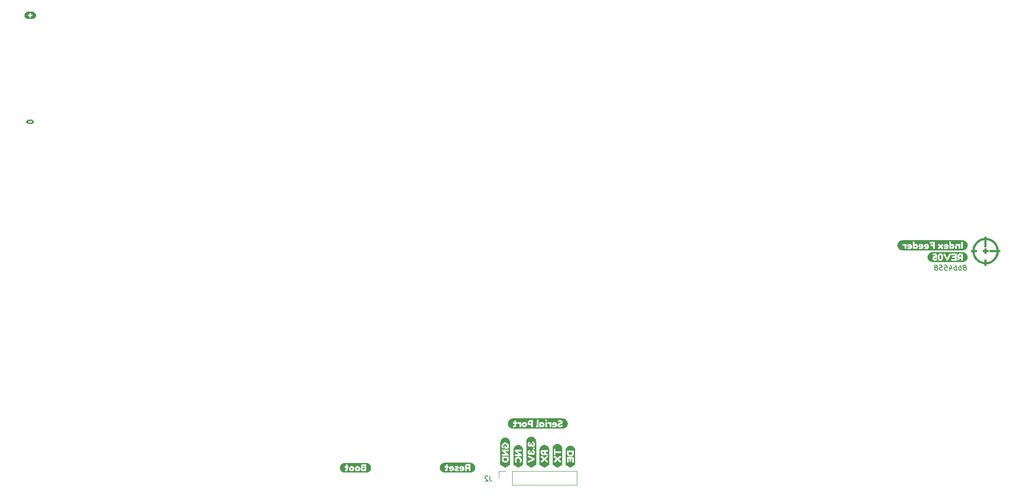
<source format=gbo>
G04 #@! TF.GenerationSoftware,KiCad,Pcbnew,6.0.0-d3dd2cf0fa~116~ubuntu21.10.1*
G04 #@! TF.CreationDate,2022-02-12T15:32:21+00:00*
G04 #@! TF.ProjectId,mobo,6d6f626f-2e6b-4696-9361-645f70636258,rev?*
G04 #@! TF.SameCoordinates,Original*
G04 #@! TF.FileFunction,Legend,Bot*
G04 #@! TF.FilePolarity,Positive*
%FSLAX46Y46*%
G04 Gerber Fmt 4.6, Leading zero omitted, Abs format (unit mm)*
G04 Created by KiCad (PCBNEW 6.0.0-d3dd2cf0fa~116~ubuntu21.10.1) date 2022-02-12 15:32:21*
%MOMM*%
%LPD*%
G01*
G04 APERTURE LIST*
%ADD10C,0.150000*%
%ADD11C,0.120000*%
%ADD12C,0.010000*%
G04 APERTURE END LIST*
D10*
X191904166Y-62020952D02*
X191993452Y-61973333D01*
X192035119Y-61925714D01*
X192070833Y-61830476D01*
X192064880Y-61782857D01*
X192005357Y-61687619D01*
X191951785Y-61640000D01*
X191850595Y-61592380D01*
X191660119Y-61592380D01*
X191570833Y-61640000D01*
X191529166Y-61687619D01*
X191493452Y-61782857D01*
X191499404Y-61830476D01*
X191558928Y-61925714D01*
X191612500Y-61973333D01*
X191713690Y-62020952D01*
X191904166Y-62020952D01*
X192005357Y-62068571D01*
X192058928Y-62116190D01*
X192118452Y-62211428D01*
X192142261Y-62401904D01*
X192106547Y-62497142D01*
X192064880Y-62544761D01*
X191975595Y-62592380D01*
X191785119Y-62592380D01*
X191683928Y-62544761D01*
X191630357Y-62497142D01*
X191570833Y-62401904D01*
X191547023Y-62211428D01*
X191582738Y-62116190D01*
X191624404Y-62068571D01*
X191713690Y-62020952D01*
X191166071Y-62592380D02*
X191041071Y-61592380D01*
X191088690Y-61973333D02*
X190987500Y-61925714D01*
X190797023Y-61925714D01*
X190707738Y-61973333D01*
X190666071Y-62020952D01*
X190630357Y-62116190D01*
X190666071Y-62401904D01*
X190725595Y-62497142D01*
X190779166Y-62544761D01*
X190880357Y-62592380D01*
X191070833Y-62592380D01*
X191160119Y-62544761D01*
X190261309Y-62592380D02*
X190136309Y-61592380D01*
X190183928Y-61973333D02*
X190082738Y-61925714D01*
X189892261Y-61925714D01*
X189802976Y-61973333D01*
X189761309Y-62020952D01*
X189725595Y-62116190D01*
X189761309Y-62401904D01*
X189820833Y-62497142D01*
X189874404Y-62544761D01*
X189975595Y-62592380D01*
X190166071Y-62592380D01*
X190255357Y-62544761D01*
X188844642Y-61925714D02*
X188927976Y-62592380D01*
X189035119Y-61544761D02*
X189362500Y-62259047D01*
X188743452Y-62259047D01*
X187802976Y-61592380D02*
X188279166Y-61592380D01*
X188386309Y-62068571D01*
X188332738Y-62020952D01*
X188231547Y-61973333D01*
X187993452Y-61973333D01*
X187904166Y-62020952D01*
X187862500Y-62068571D01*
X187826785Y-62163809D01*
X187856547Y-62401904D01*
X187916071Y-62497142D01*
X187969642Y-62544761D01*
X188070833Y-62592380D01*
X188308928Y-62592380D01*
X188398214Y-62544761D01*
X188439880Y-62497142D01*
X186850595Y-61592380D02*
X187326785Y-61592380D01*
X187433928Y-62068571D01*
X187380357Y-62020952D01*
X187279166Y-61973333D01*
X187041071Y-61973333D01*
X186951785Y-62020952D01*
X186910119Y-62068571D01*
X186874404Y-62163809D01*
X186904166Y-62401904D01*
X186963690Y-62497142D01*
X187017261Y-62544761D01*
X187118452Y-62592380D01*
X187356547Y-62592380D01*
X187445833Y-62544761D01*
X187487500Y-62497142D01*
X186285119Y-62020952D02*
X186374404Y-61973333D01*
X186416071Y-61925714D01*
X186451785Y-61830476D01*
X186445833Y-61782857D01*
X186386309Y-61687619D01*
X186332738Y-61640000D01*
X186231547Y-61592380D01*
X186041071Y-61592380D01*
X185951785Y-61640000D01*
X185910119Y-61687619D01*
X185874404Y-61782857D01*
X185880357Y-61830476D01*
X185939880Y-61925714D01*
X185993452Y-61973333D01*
X186094642Y-62020952D01*
X186285119Y-62020952D01*
X186386309Y-62068571D01*
X186439880Y-62116190D01*
X186499404Y-62211428D01*
X186523214Y-62401904D01*
X186487500Y-62497142D01*
X186445833Y-62544761D01*
X186356547Y-62592380D01*
X186166071Y-62592380D01*
X186064880Y-62544761D01*
X186011309Y-62497142D01*
X185951785Y-62401904D01*
X185927976Y-62211428D01*
X185963690Y-62116190D01*
X186005357Y-62068571D01*
X186094642Y-62020952D01*
X98533333Y-103052380D02*
X98533333Y-103766666D01*
X98580952Y-103909523D01*
X98676190Y-104004761D01*
X98819047Y-104052380D01*
X98914285Y-104052380D01*
X98104761Y-103147619D02*
X98057142Y-103100000D01*
X97961904Y-103052380D01*
X97723809Y-103052380D01*
X97628571Y-103100000D01*
X97580952Y-103147619D01*
X97533333Y-103242857D01*
X97533333Y-103338095D01*
X97580952Y-103480952D01*
X98152380Y-104052380D01*
X97533333Y-104052380D01*
D11*
X102870000Y-102175000D02*
X102870000Y-104835000D01*
X102870000Y-104835000D02*
X115630000Y-104835000D01*
X102870000Y-102175000D02*
X115630000Y-102175000D01*
X100270000Y-102175000D02*
X100270000Y-103505000D01*
X115630000Y-102175000D02*
X115630000Y-104835000D01*
X101600000Y-102175000D02*
X100270000Y-102175000D01*
D12*
X195737561Y-58457805D02*
X195733611Y-58637722D01*
X195733611Y-58637722D02*
X195553695Y-58641671D01*
X195553695Y-58641671D02*
X195373778Y-58645621D01*
X195373778Y-58645621D02*
X195373778Y-58968490D01*
X195373778Y-58968490D02*
X195553695Y-58972439D01*
X195553695Y-58972439D02*
X195733611Y-58976389D01*
X195733611Y-58976389D02*
X195737561Y-59156305D01*
X195737561Y-59156305D02*
X195741510Y-59336222D01*
X195741510Y-59336222D02*
X196064379Y-59336222D01*
X196064379Y-59336222D02*
X196068329Y-59156305D01*
X196068329Y-59156305D02*
X196072278Y-58976389D01*
X196072278Y-58976389D02*
X196252195Y-58972439D01*
X196252195Y-58972439D02*
X196432111Y-58968490D01*
X196432111Y-58968490D02*
X196432111Y-58645621D01*
X196432111Y-58645621D02*
X196252195Y-58641671D01*
X196252195Y-58641671D02*
X196072278Y-58637722D01*
X196072278Y-58637722D02*
X196068329Y-58457805D01*
X196068329Y-58457805D02*
X196064379Y-58277889D01*
X196064379Y-58277889D02*
X195741510Y-58277889D01*
X195741510Y-58277889D02*
X195737561Y-58457805D01*
X195737561Y-58457805D02*
X195737561Y-58457805D01*
G36*
X196068329Y-58457805D02*
G01*
X196072278Y-58637722D01*
X196252195Y-58641671D01*
X196432111Y-58645621D01*
X196432111Y-58968490D01*
X196252195Y-58972439D01*
X196072278Y-58976389D01*
X196068329Y-59156305D01*
X196064379Y-59336222D01*
X195741510Y-59336222D01*
X195737561Y-59156305D01*
X195733611Y-58976389D01*
X195553695Y-58972439D01*
X195373778Y-58968490D01*
X195373778Y-58645621D01*
X195553695Y-58641671D01*
X195733611Y-58637722D01*
X195737561Y-58457805D01*
X195741510Y-58277889D01*
X196064379Y-58277889D01*
X196068329Y-58457805D01*
G37*
X196068329Y-58457805D02*
X196072278Y-58637722D01*
X196252195Y-58641671D01*
X196432111Y-58645621D01*
X196432111Y-58968490D01*
X196252195Y-58972439D01*
X196072278Y-58976389D01*
X196068329Y-59156305D01*
X196064379Y-59336222D01*
X195741510Y-59336222D01*
X195737561Y-59156305D01*
X195733611Y-58976389D01*
X195553695Y-58972439D01*
X195373778Y-58968490D01*
X195373778Y-58645621D01*
X195553695Y-58641671D01*
X195733611Y-58637722D01*
X195737561Y-58457805D01*
X195741510Y-58277889D01*
X196064379Y-58277889D01*
X196068329Y-58457805D01*
X195740667Y-56256102D02*
X195646131Y-56265788D01*
X195646131Y-56265788D02*
X195387040Y-56306461D01*
X195387040Y-56306461D02*
X195131730Y-56375028D01*
X195131730Y-56375028D02*
X194880021Y-56471540D01*
X194880021Y-56471540D02*
X194759945Y-56528050D01*
X194759945Y-56528050D02*
X194617326Y-56603651D01*
X194617326Y-56603651D02*
X194490466Y-56681262D01*
X194490466Y-56681262D02*
X194372187Y-56766129D01*
X194372187Y-56766129D02*
X194255309Y-56863492D01*
X194255309Y-56863492D02*
X194132655Y-56978597D01*
X194132655Y-56978597D02*
X194103446Y-57007557D01*
X194103446Y-57007557D02*
X193983614Y-57132508D01*
X193983614Y-57132508D02*
X193882706Y-57250062D01*
X193882706Y-57250062D02*
X193795478Y-57367398D01*
X193795478Y-57367398D02*
X193716688Y-57491694D01*
X193716688Y-57491694D02*
X193641091Y-57630130D01*
X193641091Y-57630130D02*
X193623939Y-57664055D01*
X193623939Y-57664055D02*
X193513939Y-57914092D01*
X193513939Y-57914092D02*
X193431911Y-58167644D01*
X193431911Y-58167644D02*
X193377801Y-58424891D01*
X193377801Y-58424891D02*
X193361677Y-58550241D01*
X193361677Y-58550241D02*
X193351992Y-58644778D01*
X193351992Y-58644778D02*
X193059556Y-58644778D01*
X193059556Y-58644778D02*
X193059556Y-58969333D01*
X193059556Y-58969333D02*
X193352601Y-58969333D01*
X193352601Y-58969333D02*
X193362465Y-59064583D01*
X193362465Y-59064583D02*
X193402341Y-59321009D01*
X193402341Y-59321009D02*
X193468523Y-59571033D01*
X193468523Y-59571033D02*
X193561764Y-59817208D01*
X193561764Y-59817208D02*
X193623939Y-59950055D01*
X193623939Y-59950055D02*
X193699540Y-60092674D01*
X193699540Y-60092674D02*
X193777152Y-60219534D01*
X193777152Y-60219534D02*
X193862018Y-60337813D01*
X193862018Y-60337813D02*
X193959381Y-60454691D01*
X193959381Y-60454691D02*
X194074486Y-60577345D01*
X194074486Y-60577345D02*
X194103446Y-60606554D01*
X194103446Y-60606554D02*
X194228397Y-60726386D01*
X194228397Y-60726386D02*
X194345951Y-60827294D01*
X194345951Y-60827294D02*
X194463287Y-60914522D01*
X194463287Y-60914522D02*
X194587584Y-60993312D01*
X194587584Y-60993312D02*
X194726020Y-61068909D01*
X194726020Y-61068909D02*
X194759945Y-61086061D01*
X194759945Y-61086061D02*
X195009981Y-61196061D01*
X195009981Y-61196061D02*
X195263534Y-61278089D01*
X195263534Y-61278089D02*
X195520780Y-61332199D01*
X195520780Y-61332199D02*
X195646131Y-61348323D01*
X195646131Y-61348323D02*
X195740667Y-61358008D01*
X195740667Y-61358008D02*
X195740667Y-61650444D01*
X195740667Y-61650444D02*
X196065222Y-61650444D01*
X196065222Y-61650444D02*
X196065222Y-61358008D01*
X196065222Y-61358008D02*
X196159759Y-61348323D01*
X196159759Y-61348323D02*
X196418849Y-61307649D01*
X196418849Y-61307649D02*
X196674160Y-61239083D01*
X196674160Y-61239083D02*
X196925868Y-61142570D01*
X196925868Y-61142570D02*
X197045945Y-61086061D01*
X197045945Y-61086061D02*
X197188563Y-61010460D01*
X197188563Y-61010460D02*
X197315423Y-60932848D01*
X197315423Y-60932848D02*
X197433702Y-60847982D01*
X197433702Y-60847982D02*
X197550580Y-60750619D01*
X197550580Y-60750619D02*
X197673235Y-60635514D01*
X197673235Y-60635514D02*
X197702443Y-60606554D01*
X197702443Y-60606554D02*
X197822275Y-60481603D01*
X197822275Y-60481603D02*
X197923183Y-60364049D01*
X197923183Y-60364049D02*
X198010411Y-60246713D01*
X198010411Y-60246713D02*
X198089202Y-60122416D01*
X198089202Y-60122416D02*
X198164798Y-59983980D01*
X198164798Y-59983980D02*
X198181950Y-59950055D01*
X198181950Y-59950055D02*
X198291950Y-59700019D01*
X198291950Y-59700019D02*
X198373979Y-59446466D01*
X198373979Y-59446466D02*
X198428088Y-59189220D01*
X198428088Y-59189220D02*
X198444212Y-59063869D01*
X198444212Y-59063869D02*
X198453898Y-58969333D01*
X198453898Y-58969333D02*
X198746333Y-58969333D01*
X198746333Y-58969333D02*
X198746333Y-58644778D01*
X198746333Y-58644778D02*
X198453898Y-58644778D01*
X198453898Y-58644778D02*
X198115231Y-58644778D01*
X198115231Y-58644778D02*
X196700222Y-58644778D01*
X196700222Y-58644778D02*
X196700222Y-58969333D01*
X196700222Y-58969333D02*
X198115231Y-58969333D01*
X198115231Y-58969333D02*
X198105524Y-59064583D01*
X198105524Y-59064583D02*
X198069639Y-59284313D01*
X198069639Y-59284313D02*
X198007594Y-59504567D01*
X198007594Y-59504567D02*
X197921111Y-59721475D01*
X197921111Y-59721475D02*
X197811907Y-59931165D01*
X197811907Y-59931165D02*
X197681704Y-60129766D01*
X197681704Y-60129766D02*
X197569801Y-60270858D01*
X197569801Y-60270858D02*
X197416596Y-60428821D01*
X197416596Y-60428821D02*
X197241950Y-60573377D01*
X197241950Y-60573377D02*
X197050543Y-60701804D01*
X197050543Y-60701804D02*
X196847055Y-60811383D01*
X196847055Y-60811383D02*
X196636165Y-60899390D01*
X196636165Y-60899390D02*
X196422554Y-60963106D01*
X196422554Y-60963106D02*
X196353468Y-60978102D01*
X196353468Y-60978102D02*
X196280237Y-60992329D01*
X196280237Y-60992329D02*
X196227880Y-61001925D01*
X196227880Y-61001925D02*
X196189620Y-61007910D01*
X196189620Y-61007910D02*
X196158682Y-61011303D01*
X196158682Y-61011303D02*
X196128287Y-61013125D01*
X196128287Y-61013125D02*
X196118139Y-61013523D01*
X196118139Y-61013523D02*
X196065222Y-61015444D01*
X196065222Y-61015444D02*
X196065222Y-60521555D01*
X196065222Y-60521555D02*
X195740667Y-60521555D01*
X195740667Y-60521555D02*
X195740667Y-61019342D01*
X195740667Y-61019342D02*
X195645417Y-61009635D01*
X195645417Y-61009635D02*
X195426702Y-60973883D01*
X195426702Y-60973883D02*
X195207910Y-60912335D01*
X195207910Y-60912335D02*
X194993091Y-60827114D01*
X194993091Y-60827114D02*
X194786294Y-60720343D01*
X194786294Y-60720343D02*
X194591569Y-60594146D01*
X194591569Y-60594146D02*
X194412967Y-60450645D01*
X194412967Y-60450645D02*
X194254537Y-60291964D01*
X194254537Y-60291964D02*
X194236088Y-60270858D01*
X194236088Y-60270858D02*
X194091078Y-60083270D01*
X194091078Y-60083270D02*
X193965763Y-59881651D01*
X193965763Y-59881651D02*
X193861861Y-59669873D01*
X193861861Y-59669873D02*
X193781093Y-59451808D01*
X193781093Y-59451808D02*
X193725176Y-59231326D01*
X193725176Y-59231326D02*
X193700365Y-59064583D01*
X193700365Y-59064583D02*
X193690658Y-58969333D01*
X193690658Y-58969333D02*
X194188445Y-58969333D01*
X194188445Y-58969333D02*
X194188445Y-58644778D01*
X194188445Y-58644778D02*
X193690658Y-58644778D01*
X193690658Y-58644778D02*
X193700365Y-58549528D01*
X193700365Y-58549528D02*
X193736251Y-58329798D01*
X193736251Y-58329798D02*
X193798295Y-58109544D01*
X193798295Y-58109544D02*
X193884778Y-57892636D01*
X193884778Y-57892636D02*
X193993982Y-57682946D01*
X193993982Y-57682946D02*
X194124186Y-57484345D01*
X194124186Y-57484345D02*
X194236088Y-57343253D01*
X194236088Y-57343253D02*
X194391669Y-57182797D01*
X194391669Y-57182797D02*
X194567937Y-57037253D01*
X194567937Y-57037253D02*
X194760841Y-56908743D01*
X194760841Y-56908743D02*
X194966331Y-56799391D01*
X194966331Y-56799391D02*
X195180357Y-56711319D01*
X195180357Y-56711319D02*
X195398869Y-56646651D01*
X195398869Y-56646651D02*
X195617818Y-56607509D01*
X195617818Y-56607509D02*
X195645417Y-56604476D01*
X195645417Y-56604476D02*
X195740667Y-56594769D01*
X195740667Y-56594769D02*
X195740667Y-58009778D01*
X195740667Y-58009778D02*
X196065222Y-58009778D01*
X196065222Y-58009778D02*
X196065222Y-56594769D01*
X196065222Y-56594769D02*
X196160472Y-56604476D01*
X196160472Y-56604476D02*
X196379187Y-56640228D01*
X196379187Y-56640228D02*
X196597979Y-56701776D01*
X196597979Y-56701776D02*
X196812798Y-56786997D01*
X196812798Y-56786997D02*
X197019595Y-56893767D01*
X197019595Y-56893767D02*
X197214320Y-57019965D01*
X197214320Y-57019965D02*
X197392922Y-57163466D01*
X197392922Y-57163466D02*
X197551352Y-57322147D01*
X197551352Y-57322147D02*
X197569801Y-57343253D01*
X197569801Y-57343253D02*
X197714811Y-57530841D01*
X197714811Y-57530841D02*
X197840126Y-57732460D01*
X197840126Y-57732460D02*
X197944028Y-57944238D01*
X197944028Y-57944238D02*
X198024796Y-58162303D01*
X198024796Y-58162303D02*
X198080713Y-58382784D01*
X198080713Y-58382784D02*
X198105524Y-58549528D01*
X198105524Y-58549528D02*
X198115231Y-58644778D01*
X198115231Y-58644778D02*
X198453898Y-58644778D01*
X198453898Y-58644778D02*
X198444212Y-58550241D01*
X198444212Y-58550241D02*
X198403539Y-58291151D01*
X198403539Y-58291151D02*
X198334972Y-58035840D01*
X198334972Y-58035840D02*
X198238460Y-57784132D01*
X198238460Y-57784132D02*
X198181950Y-57664055D01*
X198181950Y-57664055D02*
X198106349Y-57521437D01*
X198106349Y-57521437D02*
X198028738Y-57394577D01*
X198028738Y-57394577D02*
X197943871Y-57276298D01*
X197943871Y-57276298D02*
X197846508Y-57159420D01*
X197846508Y-57159420D02*
X197731403Y-57036765D01*
X197731403Y-57036765D02*
X197702443Y-57007557D01*
X197702443Y-57007557D02*
X197577492Y-56887725D01*
X197577492Y-56887725D02*
X197459938Y-56786817D01*
X197459938Y-56786817D02*
X197342602Y-56699589D01*
X197342602Y-56699589D02*
X197218306Y-56620798D01*
X197218306Y-56620798D02*
X197079870Y-56545202D01*
X197079870Y-56545202D02*
X197045945Y-56528050D01*
X197045945Y-56528050D02*
X196795908Y-56418050D01*
X196795908Y-56418050D02*
X196542356Y-56336021D01*
X196542356Y-56336021D02*
X196285109Y-56281912D01*
X196285109Y-56281912D02*
X196159759Y-56265788D01*
X196159759Y-56265788D02*
X196065222Y-56256102D01*
X196065222Y-56256102D02*
X196065222Y-55963667D01*
X196065222Y-55963667D02*
X195740667Y-55963667D01*
X195740667Y-55963667D02*
X195740667Y-56256102D01*
X195740667Y-56256102D02*
X195740667Y-56256102D01*
G36*
X198746333Y-58969333D02*
G01*
X198453898Y-58969333D01*
X198444212Y-59063869D01*
X198428088Y-59189220D01*
X198373979Y-59446466D01*
X198291950Y-59700019D01*
X198181950Y-59950055D01*
X198164798Y-59983980D01*
X198089202Y-60122416D01*
X198010411Y-60246713D01*
X197923183Y-60364049D01*
X197822275Y-60481603D01*
X197702443Y-60606554D01*
X197673235Y-60635514D01*
X197550580Y-60750619D01*
X197433702Y-60847982D01*
X197315423Y-60932848D01*
X197188563Y-61010460D01*
X197045945Y-61086061D01*
X196925868Y-61142570D01*
X196674160Y-61239083D01*
X196418849Y-61307649D01*
X196159759Y-61348323D01*
X196065222Y-61358008D01*
X196065222Y-61650444D01*
X195740667Y-61650444D01*
X195740667Y-61358008D01*
X195646131Y-61348323D01*
X195520780Y-61332199D01*
X195263534Y-61278089D01*
X195009981Y-61196061D01*
X194759945Y-61086061D01*
X194726020Y-61068909D01*
X194587584Y-60993312D01*
X194463287Y-60914522D01*
X194345951Y-60827294D01*
X194228397Y-60726386D01*
X194103446Y-60606554D01*
X194074486Y-60577345D01*
X193959381Y-60454691D01*
X193862018Y-60337813D01*
X193777152Y-60219534D01*
X193699540Y-60092674D01*
X193623939Y-59950055D01*
X193561764Y-59817208D01*
X193468523Y-59571033D01*
X193402341Y-59321009D01*
X193362465Y-59064583D01*
X193352601Y-58969333D01*
X193690658Y-58969333D01*
X193700365Y-59064583D01*
X193725176Y-59231326D01*
X193781093Y-59451808D01*
X193861861Y-59669873D01*
X193965763Y-59881651D01*
X194091078Y-60083270D01*
X194236088Y-60270858D01*
X194254537Y-60291964D01*
X194412967Y-60450645D01*
X194591569Y-60594146D01*
X194786294Y-60720343D01*
X194993091Y-60827114D01*
X195207910Y-60912335D01*
X195426702Y-60973883D01*
X195645417Y-61009635D01*
X195740667Y-61019342D01*
X195740667Y-60521555D01*
X196065222Y-60521555D01*
X196065222Y-61015444D01*
X196118139Y-61013523D01*
X196128287Y-61013125D01*
X196158682Y-61011303D01*
X196189620Y-61007910D01*
X196227880Y-61001925D01*
X196280237Y-60992329D01*
X196353468Y-60978102D01*
X196422554Y-60963106D01*
X196636165Y-60899390D01*
X196847055Y-60811383D01*
X197050543Y-60701804D01*
X197241950Y-60573377D01*
X197416596Y-60428821D01*
X197569801Y-60270858D01*
X197681704Y-60129766D01*
X197811907Y-59931165D01*
X197921111Y-59721475D01*
X198007594Y-59504567D01*
X198069639Y-59284313D01*
X198105524Y-59064583D01*
X198115231Y-58969333D01*
X196700222Y-58969333D01*
X196700222Y-58644778D01*
X198115231Y-58644778D01*
X198105524Y-58549528D01*
X198080713Y-58382784D01*
X198024796Y-58162303D01*
X197944028Y-57944238D01*
X197840126Y-57732460D01*
X197714811Y-57530841D01*
X197569801Y-57343253D01*
X197551352Y-57322147D01*
X197392922Y-57163466D01*
X197214320Y-57019965D01*
X197019595Y-56893767D01*
X196812798Y-56786997D01*
X196597979Y-56701776D01*
X196379187Y-56640228D01*
X196160472Y-56604476D01*
X196065222Y-56594769D01*
X196065222Y-58009778D01*
X195740667Y-58009778D01*
X195740667Y-56594769D01*
X195645417Y-56604476D01*
X195617818Y-56607509D01*
X195398869Y-56646651D01*
X195180357Y-56711319D01*
X194966331Y-56799391D01*
X194760841Y-56908743D01*
X194567937Y-57037253D01*
X194391669Y-57182797D01*
X194236088Y-57343253D01*
X194124186Y-57484345D01*
X193993982Y-57682946D01*
X193884778Y-57892636D01*
X193798295Y-58109544D01*
X193736251Y-58329798D01*
X193700365Y-58549528D01*
X193690658Y-58644778D01*
X194188445Y-58644778D01*
X194188445Y-58969333D01*
X193690658Y-58969333D01*
X193352601Y-58969333D01*
X193059556Y-58969333D01*
X193059556Y-58644778D01*
X193351992Y-58644778D01*
X193361677Y-58550241D01*
X193377801Y-58424891D01*
X193431911Y-58167644D01*
X193513939Y-57914092D01*
X193623939Y-57664055D01*
X193641091Y-57630130D01*
X193716688Y-57491694D01*
X193795478Y-57367398D01*
X193882706Y-57250062D01*
X193983614Y-57132508D01*
X194103446Y-57007557D01*
X194132655Y-56978597D01*
X194255309Y-56863492D01*
X194372187Y-56766129D01*
X194490466Y-56681262D01*
X194617326Y-56603651D01*
X194759945Y-56528050D01*
X194880021Y-56471540D01*
X195131730Y-56375028D01*
X195387040Y-56306461D01*
X195646131Y-56265788D01*
X195740667Y-56256102D01*
X195740667Y-55963667D01*
X196065222Y-55963667D01*
X196065222Y-56256102D01*
X196159759Y-56265788D01*
X196285109Y-56281912D01*
X196542356Y-56336021D01*
X196795908Y-56418050D01*
X197045945Y-56528050D01*
X197079870Y-56545202D01*
X197218306Y-56620798D01*
X197342602Y-56699589D01*
X197459938Y-56786817D01*
X197577492Y-56887725D01*
X197702443Y-57007557D01*
X197731403Y-57036765D01*
X197846508Y-57159420D01*
X197943871Y-57276298D01*
X198028738Y-57394577D01*
X198106349Y-57521437D01*
X198181950Y-57664055D01*
X198238460Y-57784132D01*
X198334972Y-58035840D01*
X198403539Y-58291151D01*
X198444212Y-58550241D01*
X198453898Y-58644778D01*
X198746333Y-58644778D01*
X198746333Y-58969333D01*
G37*
X198746333Y-58969333D02*
X198453898Y-58969333D01*
X198444212Y-59063869D01*
X198428088Y-59189220D01*
X198373979Y-59446466D01*
X198291950Y-59700019D01*
X198181950Y-59950055D01*
X198164798Y-59983980D01*
X198089202Y-60122416D01*
X198010411Y-60246713D01*
X197923183Y-60364049D01*
X197822275Y-60481603D01*
X197702443Y-60606554D01*
X197673235Y-60635514D01*
X197550580Y-60750619D01*
X197433702Y-60847982D01*
X197315423Y-60932848D01*
X197188563Y-61010460D01*
X197045945Y-61086061D01*
X196925868Y-61142570D01*
X196674160Y-61239083D01*
X196418849Y-61307649D01*
X196159759Y-61348323D01*
X196065222Y-61358008D01*
X196065222Y-61650444D01*
X195740667Y-61650444D01*
X195740667Y-61358008D01*
X195646131Y-61348323D01*
X195520780Y-61332199D01*
X195263534Y-61278089D01*
X195009981Y-61196061D01*
X194759945Y-61086061D01*
X194726020Y-61068909D01*
X194587584Y-60993312D01*
X194463287Y-60914522D01*
X194345951Y-60827294D01*
X194228397Y-60726386D01*
X194103446Y-60606554D01*
X194074486Y-60577345D01*
X193959381Y-60454691D01*
X193862018Y-60337813D01*
X193777152Y-60219534D01*
X193699540Y-60092674D01*
X193623939Y-59950055D01*
X193561764Y-59817208D01*
X193468523Y-59571033D01*
X193402341Y-59321009D01*
X193362465Y-59064583D01*
X193352601Y-58969333D01*
X193690658Y-58969333D01*
X193700365Y-59064583D01*
X193725176Y-59231326D01*
X193781093Y-59451808D01*
X193861861Y-59669873D01*
X193965763Y-59881651D01*
X194091078Y-60083270D01*
X194236088Y-60270858D01*
X194254537Y-60291964D01*
X194412967Y-60450645D01*
X194591569Y-60594146D01*
X194786294Y-60720343D01*
X194993091Y-60827114D01*
X195207910Y-60912335D01*
X195426702Y-60973883D01*
X195645417Y-61009635D01*
X195740667Y-61019342D01*
X195740667Y-60521555D01*
X196065222Y-60521555D01*
X196065222Y-61015444D01*
X196118139Y-61013523D01*
X196128287Y-61013125D01*
X196158682Y-61011303D01*
X196189620Y-61007910D01*
X196227880Y-61001925D01*
X196280237Y-60992329D01*
X196353468Y-60978102D01*
X196422554Y-60963106D01*
X196636165Y-60899390D01*
X196847055Y-60811383D01*
X197050543Y-60701804D01*
X197241950Y-60573377D01*
X197416596Y-60428821D01*
X197569801Y-60270858D01*
X197681704Y-60129766D01*
X197811907Y-59931165D01*
X197921111Y-59721475D01*
X198007594Y-59504567D01*
X198069639Y-59284313D01*
X198105524Y-59064583D01*
X198115231Y-58969333D01*
X196700222Y-58969333D01*
X196700222Y-58644778D01*
X198115231Y-58644778D01*
X198105524Y-58549528D01*
X198080713Y-58382784D01*
X198024796Y-58162303D01*
X197944028Y-57944238D01*
X197840126Y-57732460D01*
X197714811Y-57530841D01*
X197569801Y-57343253D01*
X197551352Y-57322147D01*
X197392922Y-57163466D01*
X197214320Y-57019965D01*
X197019595Y-56893767D01*
X196812798Y-56786997D01*
X196597979Y-56701776D01*
X196379187Y-56640228D01*
X196160472Y-56604476D01*
X196065222Y-56594769D01*
X196065222Y-58009778D01*
X195740667Y-58009778D01*
X195740667Y-56594769D01*
X195645417Y-56604476D01*
X195617818Y-56607509D01*
X195398869Y-56646651D01*
X195180357Y-56711319D01*
X194966331Y-56799391D01*
X194760841Y-56908743D01*
X194567937Y-57037253D01*
X194391669Y-57182797D01*
X194236088Y-57343253D01*
X194124186Y-57484345D01*
X193993982Y-57682946D01*
X193884778Y-57892636D01*
X193798295Y-58109544D01*
X193736251Y-58329798D01*
X193700365Y-58549528D01*
X193690658Y-58644778D01*
X194188445Y-58644778D01*
X194188445Y-58969333D01*
X193690658Y-58969333D01*
X193352601Y-58969333D01*
X193059556Y-58969333D01*
X193059556Y-58644778D01*
X193351992Y-58644778D01*
X193361677Y-58550241D01*
X193377801Y-58424891D01*
X193431911Y-58167644D01*
X193513939Y-57914092D01*
X193623939Y-57664055D01*
X193641091Y-57630130D01*
X193716688Y-57491694D01*
X193795478Y-57367398D01*
X193882706Y-57250062D01*
X193983614Y-57132508D01*
X194103446Y-57007557D01*
X194132655Y-56978597D01*
X194255309Y-56863492D01*
X194372187Y-56766129D01*
X194490466Y-56681262D01*
X194617326Y-56603651D01*
X194759945Y-56528050D01*
X194880021Y-56471540D01*
X195131730Y-56375028D01*
X195387040Y-56306461D01*
X195646131Y-56265788D01*
X195740667Y-56256102D01*
X195740667Y-55963667D01*
X196065222Y-55963667D01*
X196065222Y-56256102D01*
X196159759Y-56265788D01*
X196285109Y-56281912D01*
X196542356Y-56336021D01*
X196795908Y-56418050D01*
X197045945Y-56528050D01*
X197079870Y-56545202D01*
X197218306Y-56620798D01*
X197342602Y-56699589D01*
X197459938Y-56786817D01*
X197577492Y-56887725D01*
X197702443Y-57007557D01*
X197731403Y-57036765D01*
X197846508Y-57159420D01*
X197943871Y-57276298D01*
X198028738Y-57394577D01*
X198106349Y-57521437D01*
X198181950Y-57664055D01*
X198238460Y-57784132D01*
X198334972Y-58035840D01*
X198403539Y-58291151D01*
X198444212Y-58550241D01*
X198453898Y-58644778D01*
X198746333Y-58644778D01*
X198746333Y-58969333D01*
G36*
X7636315Y-33759038D02*
G01*
X7510238Y-33674796D01*
X7425996Y-33548718D01*
X7396793Y-33401905D01*
X7785193Y-33401905D01*
X7796623Y-33487630D01*
X7832818Y-33533350D01*
X7924258Y-33550495D01*
X8377648Y-33550495D01*
X8462420Y-33534779D01*
X8503378Y-33487630D01*
X8514808Y-33400000D01*
X8504330Y-33313322D01*
X8470993Y-33266650D01*
X8375743Y-33249505D01*
X7922353Y-33249505D01*
X7837104Y-33265697D01*
X7794718Y-33314275D01*
X7785193Y-33401905D01*
X7396793Y-33401905D01*
X7396414Y-33400000D01*
X7425996Y-33251282D01*
X7510238Y-33125204D01*
X7636315Y-33040962D01*
X7785034Y-33011380D01*
X8514966Y-33011380D01*
X8663685Y-33040962D01*
X8789762Y-33125204D01*
X8874004Y-33251282D01*
X8903586Y-33400000D01*
X8874004Y-33548718D01*
X8789762Y-33674796D01*
X8663685Y-33759038D01*
X8514966Y-33788620D01*
X7785034Y-33788620D01*
X7636315Y-33759038D01*
G37*
G36*
X7590591Y-13118228D02*
G01*
X7460867Y-13078877D01*
X7341314Y-13014974D01*
X7236524Y-12928975D01*
X7150525Y-12824185D01*
X7086622Y-12704631D01*
X7047271Y-12574908D01*
X7033984Y-12440000D01*
X7725657Y-12440000D01*
X7736135Y-12526678D01*
X7773282Y-12573350D01*
X7878057Y-12590495D01*
X8030457Y-12590495D01*
X8030457Y-12744800D01*
X8045697Y-12841955D01*
X8094275Y-12882913D01*
X8180953Y-12893390D01*
X8267630Y-12882913D01*
X8314303Y-12847670D01*
X8331448Y-12742895D01*
X8331448Y-12590495D01*
X8485753Y-12590495D01*
X8582908Y-12574303D01*
X8623865Y-12525725D01*
X8634343Y-12439047D01*
X8624818Y-12352370D01*
X8592433Y-12306650D01*
X8495278Y-12289505D01*
X8331448Y-12289505D01*
X8331448Y-12135200D01*
X8315255Y-12038045D01*
X8266678Y-11997087D01*
X8180000Y-11986610D01*
X8093322Y-11997087D01*
X8047602Y-12032330D01*
X8030457Y-12137105D01*
X8030457Y-12289505D01*
X7864722Y-12289505D01*
X7773282Y-12304745D01*
X7735182Y-12353322D01*
X7725657Y-12440000D01*
X7033984Y-12440000D01*
X7047271Y-12305092D01*
X7086622Y-12175369D01*
X7150525Y-12055815D01*
X7236524Y-11951025D01*
X7341314Y-11865026D01*
X7460867Y-11801123D01*
X7590591Y-11761772D01*
X7725499Y-11748485D01*
X8634501Y-11748485D01*
X8769409Y-11761772D01*
X8899133Y-11801123D01*
X9018686Y-11865026D01*
X9123476Y-11951025D01*
X9209475Y-12055815D01*
X9273378Y-12175369D01*
X9312729Y-12305092D01*
X9326016Y-12440000D01*
X9312729Y-12574908D01*
X9273378Y-12704631D01*
X9209475Y-12824185D01*
X9123476Y-12928975D01*
X9018686Y-13014974D01*
X8899133Y-13078877D01*
X8769409Y-13118228D01*
X8634501Y-13131515D01*
X7725499Y-13131515D01*
X7590591Y-13118228D01*
G37*
G36*
X105428735Y-92841915D02*
G01*
X105473026Y-92900732D01*
X105487790Y-92981933D01*
X105472550Y-93062895D01*
X105426830Y-93120998D01*
X105303005Y-93167670D01*
X105177275Y-93120045D01*
X105130126Y-93060990D01*
X105114410Y-92979075D01*
X105129174Y-92897636D01*
X105173465Y-92840010D01*
X105301100Y-92794290D01*
X105428735Y-92841915D01*
G37*
G36*
X108889168Y-92868585D02*
G01*
X108935840Y-92984790D01*
X108886310Y-93098138D01*
X108766295Y-93148620D01*
X108649138Y-93097185D01*
X108602465Y-92983838D01*
X108647233Y-92868585D01*
X108767248Y-92815245D01*
X108889168Y-92868585D01*
G37*
G36*
X111301850Y-92812388D02*
G01*
X111362810Y-92920020D01*
X111122780Y-92920020D01*
X111050390Y-92859060D01*
X111083728Y-92788575D01*
X111178978Y-92761905D01*
X111301850Y-92812388D01*
G37*
G36*
X112924823Y-91776066D02*
G01*
X113020799Y-91790302D01*
X113114917Y-91813878D01*
X113206271Y-91846565D01*
X113293981Y-91888049D01*
X113377203Y-91937930D01*
X113455135Y-91995728D01*
X113527027Y-92060887D01*
X113592185Y-92132779D01*
X113649984Y-92210710D01*
X113699865Y-92293932D01*
X113741349Y-92381643D01*
X113774036Y-92472997D01*
X113797611Y-92567115D01*
X113811848Y-92663091D01*
X113816609Y-92760000D01*
X113811848Y-92856909D01*
X113797611Y-92952885D01*
X113774036Y-93047003D01*
X113741349Y-93138357D01*
X113699865Y-93226068D01*
X113649984Y-93309290D01*
X113592185Y-93387221D01*
X113527027Y-93459113D01*
X113455135Y-93524272D01*
X113377203Y-93582070D01*
X113293981Y-93631951D01*
X113206271Y-93673435D01*
X113114917Y-93706122D01*
X113020799Y-93729698D01*
X112924823Y-93743934D01*
X112827914Y-93748695D01*
X103032086Y-93748695D01*
X102935177Y-93743934D01*
X102839201Y-93729698D01*
X102745083Y-93706122D01*
X102653729Y-93673435D01*
X102566019Y-93631951D01*
X102482797Y-93582070D01*
X102404865Y-93524272D01*
X102332973Y-93459113D01*
X102267815Y-93387221D01*
X102210016Y-93309290D01*
X102160135Y-93226068D01*
X102118651Y-93138357D01*
X102085964Y-93047003D01*
X102062389Y-92952885D01*
X102048152Y-92856909D01*
X102043391Y-92760000D01*
X102048152Y-92663091D01*
X102049601Y-92653320D01*
X103032245Y-92653320D01*
X103045104Y-92749999D01*
X103083680Y-92800005D01*
X103134162Y-92816198D01*
X103199885Y-92819055D01*
X103323710Y-92811435D01*
X103323710Y-93074325D01*
X103307517Y-93148620D01*
X103246557Y-93171480D01*
X103177977Y-93174338D01*
X103127495Y-93192435D01*
X103083680Y-93320070D01*
X103097015Y-93416749D01*
X103137020Y-93466755D01*
X103187502Y-93482948D01*
X103251320Y-93485805D01*
X103372817Y-93475857D01*
X103473147Y-93446012D01*
X103552310Y-93396270D01*
X103609460Y-93322822D01*
X103643750Y-93221857D01*
X103655180Y-93093375D01*
X103655180Y-92811435D01*
X103733285Y-92817150D01*
X103802817Y-92784765D01*
X103830440Y-92674275D01*
X103825958Y-92620935D01*
X103887590Y-92620935D01*
X103923785Y-92754285D01*
X104028560Y-92826675D01*
X104094282Y-92811435D01*
X104177150Y-92796195D01*
X104273352Y-92832390D01*
X104318120Y-92920020D01*
X104318120Y-93320070D01*
X104320977Y-93385793D01*
X104339075Y-93436275D01*
X104390510Y-93473423D01*
X104487665Y-93485805D01*
X104619110Y-93453420D01*
X104653400Y-93371505D01*
X104653400Y-92982885D01*
X104777225Y-92982885D01*
X104797704Y-93132189D01*
X104859140Y-93263872D01*
X104949866Y-93370553D01*
X105058212Y-93444848D01*
X105177513Y-93488424D01*
X105301100Y-93502950D01*
X105424925Y-93487472D01*
X105544940Y-93441038D01*
X105653763Y-93364361D01*
X105744012Y-93258158D01*
X105804734Y-93129332D01*
X105824975Y-92984790D01*
X105807195Y-92841280D01*
X105753855Y-92715550D01*
X105664955Y-92607600D01*
X105649481Y-92596170D01*
X105920225Y-92596170D01*
X105932607Y-92714042D01*
X105969755Y-92820008D01*
X106026429Y-92909781D01*
X106097390Y-92979075D01*
X106204070Y-93046808D01*
X106313290Y-93087448D01*
X106425050Y-93100995D01*
X106663175Y-93100995D01*
X106663175Y-93316260D01*
X106666032Y-93381983D01*
X106684130Y-93432465D01*
X106734612Y-93471041D01*
X106832720Y-93483900D01*
X106938447Y-93466279D01*
X106988930Y-93413415D01*
X106999701Y-93320070D01*
X107587100Y-93320070D01*
X107596625Y-93416749D01*
X107625200Y-93466755D01*
X107709020Y-93486758D01*
X107861420Y-93478185D01*
X107982388Y-93444371D01*
X108051920Y-93381030D01*
X108073340Y-93316260D01*
X108257660Y-93316260D01*
X108260518Y-93381983D01*
X108276710Y-93432465D01*
X108322668Y-93469613D01*
X108407203Y-93481995D01*
X108546268Y-93456278D01*
X108587225Y-93381030D01*
X108681284Y-93456754D01*
X108822493Y-93481995D01*
X108929702Y-93465273D01*
X109031619Y-93415108D01*
X109128245Y-93331500D01*
X109136712Y-93320070D01*
X109393040Y-93320070D01*
X109395898Y-93385793D01*
X109413995Y-93436275D01*
X109463049Y-93473423D01*
X109560680Y-93485805D01*
X109657359Y-93472946D01*
X109707365Y-93434370D01*
X109723558Y-93384840D01*
X109726415Y-93318165D01*
X109726415Y-92649510D01*
X109725173Y-92620935D01*
X109831190Y-92620935D01*
X109867385Y-92754285D01*
X109972160Y-92826675D01*
X110037883Y-92811435D01*
X110120750Y-92796195D01*
X110216953Y-92832390D01*
X110261720Y-92920020D01*
X110261720Y-93320070D01*
X110264578Y-93385793D01*
X110282675Y-93436275D01*
X110334110Y-93473423D01*
X110431265Y-93485805D01*
X110562710Y-93453420D01*
X110597000Y-93371505D01*
X110597000Y-92863823D01*
X110720825Y-92863823D01*
X110735351Y-92965740D01*
X110778928Y-93037178D01*
X110907515Y-93093375D01*
X111359000Y-93093375D01*
X111296135Y-93182910D01*
X111170405Y-93219105D01*
X111071821Y-93213390D01*
X110997050Y-93196245D01*
X110976095Y-93188625D01*
X110899895Y-93167670D01*
X110795120Y-93253395D01*
X110770355Y-93341025D01*
X110795715Y-93415201D01*
X110871796Y-93468184D01*
X110998598Y-93499973D01*
X111176120Y-93510570D01*
X111309232Y-93498426D01*
X111426628Y-93461993D01*
X111524021Y-93405557D01*
X111597125Y-93333405D01*
X111663800Y-93226513D01*
X111703805Y-93111578D01*
X111711563Y-93040035D01*
X111812390Y-93040035D01*
X111824773Y-93156478D01*
X111861920Y-93258158D01*
X111919070Y-93341739D01*
X111991460Y-93403890D01*
X112096658Y-93459982D01*
X112206513Y-93493637D01*
X112321025Y-93504855D01*
X112408179Y-93499378D01*
X112490570Y-93482948D01*
X112620110Y-93428655D01*
X112705835Y-93368648D01*
X112761080Y-93310545D01*
X112778225Y-93289590D01*
X112827755Y-93180053D01*
X112807276Y-93123617D01*
X112745840Y-93051465D01*
X112644875Y-93005745D01*
X112581058Y-93029558D01*
X112496285Y-93100995D01*
X112420085Y-93162908D01*
X112328645Y-93192435D01*
X112230220Y-93176348D01*
X112171165Y-93128088D01*
X112151480Y-93047655D01*
X112200058Y-92974313D01*
X112321025Y-92931450D01*
X112396273Y-92914067D01*
X112477235Y-92888588D01*
X112558198Y-92856441D01*
X112633445Y-92819055D01*
X112699882Y-92767382D01*
X112754413Y-92692372D01*
X112790846Y-92596884D01*
X112802990Y-92483775D01*
X112789126Y-92376777D01*
X112747533Y-92279305D01*
X112678213Y-92191357D01*
X112584973Y-92122037D01*
X112471626Y-92080444D01*
X112338170Y-92066580D01*
X112228871Y-92073962D01*
X112129573Y-92096107D01*
X111999080Y-92156115D01*
X111951455Y-92192310D01*
X111892400Y-92285655D01*
X111938120Y-92390430D01*
X112003842Y-92461867D01*
X112071470Y-92485680D01*
X112170530Y-92447580D01*
X112192438Y-92428530D01*
X112221965Y-92403765D01*
X112323883Y-92379000D01*
X112426753Y-92408527D01*
X112467710Y-92490442D01*
X112419133Y-92575215D01*
X112298165Y-92619030D01*
X112222441Y-92633556D01*
X112140050Y-92654272D01*
X112057659Y-92680704D01*
X111981935Y-92712375D01*
X111915498Y-92759286D01*
X111860968Y-92831438D01*
X111824534Y-92925973D01*
X111812390Y-93040035D01*
X111711563Y-93040035D01*
X111717140Y-92988600D01*
X111699889Y-92839269D01*
X111648137Y-92711317D01*
X111561883Y-92604742D01*
X111449805Y-92524838D01*
X111320583Y-92476896D01*
X111174215Y-92460915D01*
X111050628Y-92472583D01*
X110944663Y-92507588D01*
X110856318Y-92565928D01*
X110785595Y-92647605D01*
X110737018Y-92751189D01*
X110720825Y-92863823D01*
X110597000Y-92863823D01*
X110597000Y-92647605D01*
X110594143Y-92581882D01*
X110577950Y-92533305D01*
X110527468Y-92494729D01*
X110429360Y-92481870D01*
X110336491Y-92492824D01*
X110286485Y-92525685D01*
X110265530Y-92588550D01*
X110237908Y-92556165D01*
X110160755Y-92504730D01*
X110056933Y-92472345D01*
X109981685Y-92477107D01*
X109915010Y-92493300D01*
X109855003Y-92532352D01*
X109831190Y-92620935D01*
X109725173Y-92620935D01*
X109723558Y-92583787D01*
X109707365Y-92533305D01*
X109656883Y-92496157D01*
X109558775Y-92483775D01*
X109429235Y-92516160D01*
X109394945Y-92598075D01*
X109393040Y-92653320D01*
X109393040Y-93320070D01*
X109136712Y-93320070D01*
X109206562Y-93225773D01*
X109253552Y-93109250D01*
X109269215Y-92981933D01*
X109253446Y-92854721D01*
X109206138Y-92738516D01*
X109127293Y-92633317D01*
X109029608Y-92550238D01*
X108925786Y-92500391D01*
X108815825Y-92483775D01*
X108697715Y-92506635D01*
X108623420Y-92549497D01*
X108589130Y-92588550D01*
X108545791Y-92508540D01*
X108438635Y-92481870D01*
X108328145Y-92493300D01*
X108277663Y-92533305D01*
X108260518Y-92583787D01*
X108257660Y-92649510D01*
X108257660Y-93316260D01*
X108073340Y-93316260D01*
X108091925Y-93260062D01*
X108105260Y-93083850D01*
X108105260Y-92180880D01*
X109393040Y-92180880D01*
X109395898Y-92246603D01*
X109413043Y-92296132D01*
X109463525Y-92335185D01*
X109559728Y-92346615D01*
X109655930Y-92335185D01*
X109706413Y-92295180D01*
X109723558Y-92244697D01*
X109726415Y-92178975D01*
X109723558Y-92113252D01*
X109707365Y-92064675D01*
X109656883Y-92026099D01*
X109558775Y-92013240D01*
X109462573Y-92026099D01*
X109413995Y-92064675D01*
X109395898Y-92115157D01*
X109393040Y-92180880D01*
X108105260Y-92180880D01*
X108105260Y-92177070D01*
X108102403Y-92111347D01*
X108086210Y-92060865D01*
X108035728Y-92022289D01*
X107937620Y-92009430D01*
X107843322Y-92022289D01*
X107792840Y-92060865D01*
X107774742Y-92112300D01*
X107771885Y-92178975D01*
X107771885Y-93060990D01*
X107760455Y-93147668D01*
X107709972Y-93165765D01*
X107657585Y-93168623D01*
X107625200Y-93184815D01*
X107587100Y-93320070D01*
X106999701Y-93320070D01*
X107000360Y-93314355D01*
X107000360Y-92257080D01*
X106997502Y-92191357D01*
X106979405Y-92140875D01*
X106928922Y-92102299D01*
X106830815Y-92089440D01*
X106423145Y-92089440D01*
X106312443Y-92102987D01*
X106203858Y-92143627D01*
X106097390Y-92211360D01*
X106026429Y-92280892D01*
X105969755Y-92371380D01*
X105932607Y-92478060D01*
X105920225Y-92596170D01*
X105649481Y-92596170D01*
X105553195Y-92525050D01*
X105431275Y-92475520D01*
X105299195Y-92459010D01*
X105167327Y-92475414D01*
X105046042Y-92524627D01*
X104935340Y-92606647D01*
X104847498Y-92714068D01*
X104794793Y-92839481D01*
X104777225Y-92982885D01*
X104653400Y-92982885D01*
X104653400Y-92647605D01*
X104650542Y-92581882D01*
X104634350Y-92533305D01*
X104583867Y-92494729D01*
X104485760Y-92481870D01*
X104392891Y-92492824D01*
X104342885Y-92525685D01*
X104321930Y-92588550D01*
X104294307Y-92556165D01*
X104217155Y-92504730D01*
X104113332Y-92472345D01*
X104038085Y-92477107D01*
X103971410Y-92493300D01*
X103911402Y-92532352D01*
X103887590Y-92620935D01*
X103825958Y-92620935D01*
X103820915Y-92560927D01*
X103794245Y-92510445D01*
X103718045Y-92485680D01*
X103655180Y-92493300D01*
X103655180Y-92297085D01*
X103652322Y-92232315D01*
X103634225Y-92186595D01*
X103585171Y-92150876D01*
X103487540Y-92138970D01*
X103384194Y-92156591D01*
X103333235Y-92209455D01*
X103323710Y-92306610D01*
X103323710Y-92493300D01*
X103197027Y-92485680D01*
X103132257Y-92488537D01*
X103081775Y-92506635D01*
X103044627Y-92555689D01*
X103032245Y-92653320D01*
X102049601Y-92653320D01*
X102062389Y-92567115D01*
X102085964Y-92472997D01*
X102118651Y-92381643D01*
X102160135Y-92293932D01*
X102210016Y-92210710D01*
X102267815Y-92132779D01*
X102332973Y-92060887D01*
X102404865Y-91995728D01*
X102482797Y-91937930D01*
X102566019Y-91888049D01*
X102653729Y-91846565D01*
X102745083Y-91813878D01*
X102839201Y-91790302D01*
X102935177Y-91776066D01*
X103032086Y-91771305D01*
X112827914Y-91771305D01*
X112924823Y-91776066D01*
G37*
G36*
X106663175Y-92763810D02*
G01*
X106423145Y-92763810D01*
X106310750Y-92721900D01*
X106255505Y-92596170D01*
X106310750Y-92469487D01*
X106425050Y-92426625D01*
X106663175Y-92426625D01*
X106663175Y-92763810D01*
G37*
G36*
X113407253Y-97959423D02*
G01*
X113420749Y-97868440D01*
X113443098Y-97779218D01*
X113474085Y-97692617D01*
X113513410Y-97609469D01*
X113560697Y-97530577D01*
X113615488Y-97456699D01*
X113677257Y-97388548D01*
X113745409Y-97326779D01*
X113819286Y-97271987D01*
X113898179Y-97224701D01*
X113981326Y-97185375D01*
X114067928Y-97154389D01*
X114157150Y-97132040D01*
X114248132Y-97118544D01*
X114340000Y-97114031D01*
X114431868Y-97118544D01*
X114522850Y-97132040D01*
X114612072Y-97154389D01*
X114698674Y-97185375D01*
X114781821Y-97224701D01*
X114860714Y-97271987D01*
X114934591Y-97326779D01*
X115002743Y-97388548D01*
X115064512Y-97456699D01*
X115119303Y-97530577D01*
X115166590Y-97609469D01*
X115205915Y-97692617D01*
X115236902Y-97779218D01*
X115259251Y-97868440D01*
X115272747Y-97959423D01*
X115277260Y-98051291D01*
X115277260Y-100881009D01*
X114340000Y-101505849D01*
X113402740Y-100881009D01*
X113402740Y-100316494D01*
X113642770Y-100316494D01*
X113645627Y-100382217D01*
X113663725Y-100432699D01*
X113714207Y-100471276D01*
X113812315Y-100484134D01*
X113918042Y-100466513D01*
X113968525Y-100413649D01*
X113979955Y-100314589D01*
X113979955Y-99729754D01*
X114172360Y-99729754D01*
X114172360Y-100106944D01*
X114175217Y-100172667D01*
X114193315Y-100223149D01*
X114243797Y-100261726D01*
X114341905Y-100274584D01*
X114447633Y-100256487D01*
X114498115Y-100202194D01*
X114509545Y-100103134D01*
X114509545Y-99729754D01*
X114701950Y-99729754D01*
X114701950Y-100316494D01*
X114704808Y-100382217D01*
X114722905Y-100432699D01*
X114773388Y-100471276D01*
X114871495Y-100484134D01*
X114977223Y-100466513D01*
X115027705Y-100413649D01*
X115039135Y-100314589D01*
X115039135Y-99560209D01*
X115021038Y-99454482D01*
X114966745Y-99403999D01*
X114869590Y-99392569D01*
X113810410Y-99392569D01*
X113678012Y-99428764D01*
X113642770Y-99565924D01*
X113642770Y-100316494D01*
X113402740Y-100316494D01*
X113402740Y-98220994D01*
X113640865Y-98220994D01*
X113642770Y-98573419D01*
X113655212Y-98707365D01*
X113692538Y-98832976D01*
X113754748Y-98950252D01*
X113841842Y-99059194D01*
X113947094Y-99150872D01*
X114063775Y-99216357D01*
X114191886Y-99255647D01*
X114331427Y-99268744D01*
X114471505Y-99255945D01*
X114601223Y-99217547D01*
X114720583Y-99153551D01*
X114829585Y-99063957D01*
X114920430Y-98956146D01*
X114985319Y-98837500D01*
X115024252Y-98708020D01*
X115037230Y-98567704D01*
X115037230Y-98219089D01*
X115025324Y-98124792D01*
X114989605Y-98074309D01*
X114867685Y-98051449D01*
X113808505Y-98051449D01*
X113741830Y-98054307D01*
X113692300Y-98072404D01*
X113653724Y-98122887D01*
X113640865Y-98220994D01*
X113402740Y-98220994D01*
X113402740Y-98051291D01*
X113407253Y-97959423D01*
G37*
G36*
X114700045Y-98573419D02*
G01*
X114674566Y-98703912D01*
X114598128Y-98821069D01*
X114483113Y-98903937D01*
X114341905Y-98931559D01*
X114200221Y-98904651D01*
X114083777Y-98823927D01*
X114005911Y-98707007D01*
X113979955Y-98571514D01*
X113979955Y-98388634D01*
X114700045Y-98388634D01*
X114700045Y-98573419D01*
G37*
G36*
X110832425Y-97624703D02*
G01*
X110846305Y-97531132D01*
X110869290Y-97439371D01*
X110901158Y-97350305D01*
X110941603Y-97264792D01*
X110990234Y-97183654D01*
X111046585Y-97107674D01*
X111110112Y-97037584D01*
X111180202Y-96974057D01*
X111256182Y-96917707D01*
X111337320Y-96869075D01*
X111422833Y-96828630D01*
X111511899Y-96796762D01*
X111603660Y-96773777D01*
X111697231Y-96759897D01*
X111791713Y-96755255D01*
X111886195Y-96759897D01*
X111979766Y-96773777D01*
X112071527Y-96796762D01*
X112160593Y-96828630D01*
X112246106Y-96869075D01*
X112327244Y-96917707D01*
X112403224Y-96974057D01*
X112473314Y-97037584D01*
X112536841Y-97107674D01*
X112593192Y-97183654D01*
X112641823Y-97264792D01*
X112682268Y-97350305D01*
X112714136Y-97439371D01*
X112737121Y-97531132D01*
X112751001Y-97624703D01*
X112755643Y-97719185D01*
X112755643Y-100863229D01*
X111791713Y-101505849D01*
X110827783Y-100863229D01*
X110827783Y-100269186D01*
X111065908Y-100269186D01*
X111132583Y-100392059D01*
X111250693Y-100466354D01*
X111370708Y-100401584D01*
X111791713Y-100018679D01*
X112212718Y-100401584D01*
X112334638Y-100466354D01*
X112450843Y-100393011D01*
X112517518Y-100269186D01*
X112441318Y-100152029D01*
X112026028Y-99790079D01*
X112441318Y-99428129D01*
X112517518Y-99310971D01*
X112449891Y-99187146D01*
X112334638Y-99111899D01*
X112212718Y-99178574D01*
X111791713Y-99561479D01*
X111370708Y-99178574D01*
X111250693Y-99111899D01*
X111133535Y-99186194D01*
X111065908Y-99310971D01*
X111142108Y-99428129D01*
X111557398Y-99790079D01*
X111142108Y-100152029D01*
X111065908Y-100269186D01*
X110827783Y-100269186D01*
X110827783Y-98917589D01*
X111100198Y-98917589D01*
X111114485Y-99007124D01*
X111159253Y-99045224D01*
X111239263Y-99054749D01*
X111318320Y-99045224D01*
X111359278Y-99012839D01*
X111376423Y-98915684D01*
X111376423Y-98551829D01*
X112334638Y-98551829D01*
X112399408Y-98548971D01*
X112447986Y-98531826D01*
X112487038Y-98481344D01*
X112498468Y-98386094D01*
X112487038Y-98291796D01*
X112447986Y-98242266D01*
X112398456Y-98225121D01*
X112332733Y-98222264D01*
X111376423Y-98222264D01*
X111376423Y-97856504D01*
X111362135Y-97766969D01*
X111317368Y-97728869D01*
X111237358Y-97719344D01*
X111158300Y-97728869D01*
X111117343Y-97761254D01*
X111100198Y-97858409D01*
X111100198Y-98917589D01*
X110827783Y-98917589D01*
X110827783Y-97719185D01*
X110832425Y-97624703D01*
G37*
G36*
X108257472Y-97862829D02*
G01*
X108271352Y-97769257D01*
X108294337Y-97677497D01*
X108326205Y-97588431D01*
X108366650Y-97502917D01*
X108415281Y-97421780D01*
X108471632Y-97345800D01*
X108535159Y-97275709D01*
X108605249Y-97212183D01*
X108681229Y-97155832D01*
X108762367Y-97107200D01*
X108847880Y-97066755D01*
X108936946Y-97034887D01*
X109028707Y-97011902D01*
X109122278Y-96998022D01*
X109216760Y-96993381D01*
X109311242Y-96998022D01*
X109404813Y-97011902D01*
X109496574Y-97034887D01*
X109585640Y-97066755D01*
X109671153Y-97107200D01*
X109752291Y-97155832D01*
X109828271Y-97212183D01*
X109898361Y-97275709D01*
X109961888Y-97345800D01*
X110018239Y-97421780D01*
X110066870Y-97502917D01*
X110107315Y-97588431D01*
X110139183Y-97677497D01*
X110162168Y-97769257D01*
X110176048Y-97862829D01*
X110180690Y-97957311D01*
X110180690Y-100863229D01*
X109216760Y-101505849D01*
X108252830Y-100863229D01*
X108252830Y-100269187D01*
X108490955Y-100269187D01*
X108557630Y-100392059D01*
X108675740Y-100466354D01*
X108795755Y-100401584D01*
X109216760Y-100018679D01*
X109637765Y-100401584D01*
X109759685Y-100466354D01*
X109875890Y-100393012D01*
X109942565Y-100269187D01*
X109866365Y-100152029D01*
X109451075Y-99790079D01*
X109866365Y-99428129D01*
X109942565Y-99310972D01*
X109874938Y-99187147D01*
X109759685Y-99111899D01*
X109637765Y-99178574D01*
X109216760Y-99561479D01*
X108795755Y-99178574D01*
X108675740Y-99111899D01*
X108558582Y-99186194D01*
X108490955Y-99310972D01*
X108567155Y-99428129D01*
X108982445Y-99790079D01*
X108567155Y-100152029D01*
X108490955Y-100269187D01*
X108252830Y-100269187D01*
X108252830Y-98538494D01*
X108527150Y-98538494D01*
X108540697Y-98649196D01*
X108581337Y-98757781D01*
X108649070Y-98864249D01*
X108718602Y-98933782D01*
X108809090Y-98989979D01*
X108915770Y-99027127D01*
X109033880Y-99039509D01*
X109168923Y-99023634D01*
X109287033Y-98976009D01*
X109388210Y-98896634D01*
X109466315Y-98929654D01*
X109566010Y-98972834D01*
X109687295Y-99026174D01*
X109786355Y-99054749D01*
X109853030Y-99025222D01*
X109908275Y-98936639D01*
X109934945Y-98838532D01*
X109916848Y-98777572D01*
X109879700Y-98742329D01*
X109825302Y-98717353D01*
X109710367Y-98667823D01*
X109534895Y-98593739D01*
X109538705Y-98534684D01*
X109538705Y-98294654D01*
X109753970Y-98294654D01*
X109819693Y-98291797D01*
X109870175Y-98273699D01*
X109908751Y-98223217D01*
X109921610Y-98125109D01*
X109903989Y-98019382D01*
X109851125Y-97968899D01*
X109752065Y-97957469D01*
X108694790Y-97957469D01*
X108629067Y-97960327D01*
X108578585Y-97978424D01*
X108540009Y-98028907D01*
X108527150Y-98127014D01*
X108527150Y-98538494D01*
X108252830Y-98538494D01*
X108252830Y-97957311D01*
X108257472Y-97862829D01*
G37*
G36*
X109201520Y-98538494D02*
G01*
X109159610Y-98648984D01*
X109033880Y-98704229D01*
X108907197Y-98648984D01*
X108864335Y-98534684D01*
X108864335Y-98294654D01*
X109201520Y-98294654D01*
X109201520Y-98538494D01*
G37*
G36*
X105692020Y-96191976D02*
G01*
X105705832Y-96098866D01*
X105728703Y-96007559D01*
X105760414Y-95918933D01*
X105800659Y-95833842D01*
X105849050Y-95753105D01*
X105905122Y-95677501D01*
X105968335Y-95607757D01*
X106038080Y-95544544D01*
X106113684Y-95488472D01*
X106194421Y-95440080D01*
X106279511Y-95399835D01*
X106368137Y-95368124D01*
X106459445Y-95345253D01*
X106552554Y-95331442D01*
X106646569Y-95326823D01*
X106740584Y-95331442D01*
X106833693Y-95345253D01*
X106925001Y-95368124D01*
X107013627Y-95399835D01*
X107098717Y-95440080D01*
X107179454Y-95488472D01*
X107255058Y-95544544D01*
X107324803Y-95607757D01*
X107388016Y-95677501D01*
X107444088Y-95753105D01*
X107492479Y-95833842D01*
X107532724Y-95918933D01*
X107564435Y-96007559D01*
X107587306Y-96098866D01*
X107601118Y-96191976D01*
X107605737Y-96285990D01*
X107605737Y-100866404D01*
X106646569Y-101505849D01*
X105687401Y-100866404D01*
X105687401Y-100244739D01*
X105935051Y-100244739D01*
X105967436Y-100357134D01*
X106025539Y-100441430D01*
X106089356Y-100469529D01*
X106180796Y-100440954D01*
X107247597Y-99915174D01*
X107315224Y-99851357D01*
X107340942Y-99762774D01*
X107340942Y-99743724D01*
X107315224Y-99653237D01*
X107247597Y-99589419D01*
X106180796Y-99063639D01*
X106089356Y-99035064D01*
X106025539Y-99063163D01*
X105967436Y-99147459D01*
X105935051Y-99243662D01*
X105942671Y-99294144D01*
X105969341Y-99326529D01*
X106019824Y-99357962D01*
X106073164Y-99383441D01*
X106177939Y-99431304D01*
X106312480Y-99492502D01*
X106455116Y-99557987D01*
X106597753Y-99623709D01*
X106732294Y-99685622D01*
X106833973Y-99732532D01*
X106878027Y-99753249D01*
X106043636Y-100134249D01*
X105986486Y-100160919D01*
X105935051Y-100244739D01*
X105687401Y-100244739D01*
X105687401Y-98423559D01*
X105925526Y-98423559D01*
X105940343Y-98568762D01*
X105984793Y-98691952D01*
X106058876Y-98793129D01*
X106151481Y-98868271D01*
X106251493Y-98913356D01*
X106358914Y-98928384D01*
X106459773Y-98911874D01*
X106540101Y-98862344D01*
X106599896Y-98779794D01*
X106613231Y-98779794D01*
X106654189Y-98835992D01*
X106716102Y-98895999D01*
X106801827Y-98943148D01*
X106898981Y-98958864D01*
X107026934Y-98941931D01*
X107139012Y-98891131D01*
X107235214Y-98806464D01*
X107308768Y-98696186D01*
X107352901Y-98568551D01*
X107367612Y-98423559D01*
X107352795Y-98279626D01*
X107308345Y-98152626D01*
X107234262Y-98042559D01*
X107174730Y-97988743D01*
X107099007Y-97941594D01*
X107049477Y-97920639D01*
X107030427Y-97916829D01*
X106927557Y-97895874D01*
X106844689Y-97942547D01*
X106817067Y-98082564D01*
X106836117Y-98183529D01*
X106935177Y-98240679D01*
X107026617Y-98345454D01*
X107038047Y-98425464D01*
X107027807Y-98513094D01*
X106997089Y-98574054D01*
X106904697Y-98621679D01*
X106814209Y-98575007D01*
X106775157Y-98464517D01*
X106771347Y-98377839D01*
X106752297Y-98328309D01*
X106703243Y-98289733D01*
X106605611Y-98276874D01*
X106499408Y-98294495D01*
X106447496Y-98347359D01*
X106437971Y-98446419D01*
X106419398Y-98555004D01*
X106363676Y-98591199D01*
X106287476Y-98553099D01*
X106251281Y-98447372D01*
X106274141Y-98339739D01*
X106319861Y-98290209D01*
X106342721Y-98278779D01*
X106414159Y-98225439D01*
X106437971Y-98153049D01*
X106403681Y-98048274D01*
X106344150Y-97976837D01*
X106276046Y-97953024D01*
X106146507Y-97996839D01*
X106086499Y-98038749D01*
X106011251Y-98117807D01*
X105952196Y-98243537D01*
X105932194Y-98329023D01*
X105925526Y-98423559D01*
X105687401Y-98423559D01*
X105687401Y-97609172D01*
X106988517Y-97609172D01*
X106998518Y-97706565D01*
X107028522Y-97768239D01*
X107161872Y-97800624D01*
X107169491Y-97800624D01*
X107237119Y-97797767D01*
X107289507Y-97777764D01*
X107330940Y-97727520D01*
X107344752Y-97633937D01*
X107335703Y-97538210D01*
X107308557Y-97481537D01*
X107171397Y-97444389D01*
X107163777Y-97444389D01*
X107097102Y-97447247D01*
X107045667Y-97465344D01*
X107002804Y-97515588D01*
X106988517Y-97609172D01*
X105687401Y-97609172D01*
X105687401Y-96813834D01*
X105925526Y-96813834D01*
X105940343Y-96959037D01*
X105984793Y-97082227D01*
X106058876Y-97183404D01*
X106151481Y-97258546D01*
X106251493Y-97303631D01*
X106358914Y-97318659D01*
X106459773Y-97302149D01*
X106540101Y-97252619D01*
X106599896Y-97170069D01*
X106613231Y-97170069D01*
X106654189Y-97226267D01*
X106716102Y-97286274D01*
X106801827Y-97333423D01*
X106898981Y-97349139D01*
X107026934Y-97332206D01*
X107139012Y-97281406D01*
X107235214Y-97196739D01*
X107308768Y-97086461D01*
X107352901Y-96958826D01*
X107367612Y-96813834D01*
X107352795Y-96669901D01*
X107308345Y-96542901D01*
X107234262Y-96432834D01*
X107174730Y-96379018D01*
X107099007Y-96331869D01*
X107049477Y-96310914D01*
X107030427Y-96307104D01*
X106927557Y-96286149D01*
X106844689Y-96332822D01*
X106817067Y-96472839D01*
X106836117Y-96573804D01*
X106935177Y-96630954D01*
X107026617Y-96735729D01*
X107038047Y-96815739D01*
X107027807Y-96903369D01*
X106997089Y-96964329D01*
X106904697Y-97011954D01*
X106814209Y-96965282D01*
X106775157Y-96854792D01*
X106771347Y-96768114D01*
X106752297Y-96718584D01*
X106703243Y-96680008D01*
X106605611Y-96667149D01*
X106499408Y-96684770D01*
X106447496Y-96737634D01*
X106437971Y-96836694D01*
X106419398Y-96945279D01*
X106363676Y-96981474D01*
X106287476Y-96943374D01*
X106251281Y-96837647D01*
X106274141Y-96730014D01*
X106319861Y-96680484D01*
X106342721Y-96669054D01*
X106414159Y-96615714D01*
X106437971Y-96543324D01*
X106403681Y-96438549D01*
X106344150Y-96367112D01*
X106276046Y-96343299D01*
X106146507Y-96387114D01*
X106086499Y-96429024D01*
X106011251Y-96508082D01*
X105952196Y-96633812D01*
X105932194Y-96719298D01*
X105925526Y-96813834D01*
X105687401Y-96813834D01*
X105687401Y-96285990D01*
X105692020Y-96191976D01*
G37*
G36*
X103139895Y-97839184D02*
G01*
X103153610Y-97746722D01*
X103176322Y-97656049D01*
X103207813Y-97568039D01*
X103247778Y-97483540D01*
X103295833Y-97403364D01*
X103351516Y-97328286D01*
X103414289Y-97259026D01*
X103483548Y-97196253D01*
X103558627Y-97140570D01*
X103638803Y-97092515D01*
X103723302Y-97052550D01*
X103811312Y-97021059D01*
X103901984Y-96998347D01*
X103994447Y-96984632D01*
X104087808Y-96980045D01*
X104181169Y-96984632D01*
X104273632Y-96998347D01*
X104364304Y-97021059D01*
X104452314Y-97052550D01*
X104536813Y-97092515D01*
X104616989Y-97140570D01*
X104692068Y-97196253D01*
X104761327Y-97259026D01*
X104824100Y-97328286D01*
X104879783Y-97403364D01*
X104927838Y-97483540D01*
X104967803Y-97568039D01*
X104999294Y-97656049D01*
X105022006Y-97746722D01*
X105035721Y-97839184D01*
X105040308Y-97932545D01*
X105040308Y-100870849D01*
X104087808Y-101505849D01*
X103135308Y-100870849D01*
X103135308Y-100003439D01*
X103373433Y-100003439D01*
X103380339Y-100093688D01*
X103401055Y-100185366D01*
X103457253Y-100325384D01*
X103483923Y-100371104D01*
X103518213Y-100424444D01*
X103608700Y-100473974D01*
X103714428Y-100433969D01*
X103791580Y-100363484D01*
X103817298Y-100300619D01*
X103775388Y-100203464D01*
X103726810Y-100110119D01*
X103710618Y-99990104D01*
X103732049Y-99867231D01*
X103796343Y-99746264D01*
X103914453Y-99651014D01*
X103995654Y-99622439D01*
X104086855Y-99612914D01*
X104178057Y-99622439D01*
X104259258Y-99651014D01*
X104379273Y-99748169D01*
X104442138Y-99866755D01*
X104463093Y-99990104D01*
X104447853Y-100101546D01*
X104417373Y-100176794D01*
X104392608Y-100211084D01*
X104354508Y-100302524D01*
X104381178Y-100363960D01*
X104461188Y-100430159D01*
X104567868Y-100472069D01*
X104634543Y-100446351D01*
X104682168Y-100386344D01*
X104722173Y-100320621D01*
X104771703Y-100192034D01*
X104794563Y-100096546D01*
X104802183Y-100004391D01*
X104796230Y-99913428D01*
X104778371Y-99821511D01*
X104746462Y-99727690D01*
X104698361Y-99631011D01*
X104635972Y-99537905D01*
X104561201Y-99454799D01*
X104468808Y-99383600D01*
X104353556Y-99326211D01*
X104221396Y-99288350D01*
X104078283Y-99275729D01*
X103936599Y-99288111D01*
X103808725Y-99325259D01*
X103698235Y-99381695D01*
X103608700Y-99451941D01*
X103536072Y-99534571D01*
X103476303Y-99628154D01*
X103419153Y-99752826D01*
X103384863Y-99877921D01*
X103373433Y-100003439D01*
X103135308Y-100003439D01*
X103135308Y-98979501D01*
X103388673Y-98979501D01*
X103398198Y-99067131D01*
X103421058Y-99116661D01*
X103461063Y-99140474D01*
X103558218Y-99151904D01*
X104615493Y-99151904D01*
X104682168Y-99149046D01*
X104731698Y-99130949D01*
X104770274Y-99080466D01*
X104783133Y-98982359D01*
X104771703Y-98879489D01*
X104735508Y-98831864D01*
X104556015Y-98697138D01*
X104398535Y-98578711D01*
X104263068Y-98476581D01*
X104149615Y-98390751D01*
X104058175Y-98321218D01*
X103988748Y-98267984D01*
X104615493Y-98267984D01*
X104682168Y-98265126D01*
X104731698Y-98247029D01*
X104770274Y-98196546D01*
X104783133Y-98098439D01*
X104770274Y-98003189D01*
X104731698Y-97953659D01*
X104680263Y-97935561D01*
X104613588Y-97932704D01*
X103550598Y-97932704D01*
X103444870Y-97950801D01*
X103400103Y-98005094D01*
X103388673Y-98098439D01*
X103399150Y-98188926D01*
X103422963Y-98235599D01*
X103472493Y-98279414D01*
X103644419Y-98405991D01*
X103795708Y-98517751D01*
X103926359Y-98614694D01*
X104036373Y-98696821D01*
X104125749Y-98764131D01*
X104194488Y-98816624D01*
X103550598Y-98816624D01*
X103444870Y-98834721D01*
X103400103Y-98889014D01*
X103388673Y-98979501D01*
X103135308Y-98979501D01*
X103135308Y-97932545D01*
X103139895Y-97839184D01*
G37*
G36*
X100576399Y-96398444D02*
G01*
X100590197Y-96305427D01*
X100613045Y-96214210D01*
X100644725Y-96125673D01*
X100684930Y-96040666D01*
X100733273Y-95960010D01*
X100789290Y-95884480D01*
X100852440Y-95814805D01*
X100922115Y-95751655D01*
X100997644Y-95695639D01*
X101078301Y-95647295D01*
X101163307Y-95607090D01*
X101251845Y-95575411D01*
X101343062Y-95552562D01*
X101436079Y-95538765D01*
X101530000Y-95534151D01*
X101623921Y-95538765D01*
X101716938Y-95552562D01*
X101808155Y-95575411D01*
X101896693Y-95607090D01*
X101981699Y-95647295D01*
X102062356Y-95695639D01*
X102137885Y-95751655D01*
X102207560Y-95814805D01*
X102270710Y-95884480D01*
X102326727Y-95960010D01*
X102375070Y-96040666D01*
X102415275Y-96125673D01*
X102446955Y-96214210D01*
X102469803Y-96305427D01*
X102483601Y-96398444D01*
X102488215Y-96492366D01*
X102488215Y-100867039D01*
X101530000Y-101505849D01*
X100571785Y-100867039D01*
X100571785Y-99422414D01*
X100832770Y-99422414D01*
X100834675Y-99774839D01*
X100847117Y-99908785D01*
X100884443Y-100034396D01*
X100946653Y-100151672D01*
X101033747Y-100260614D01*
X101138999Y-100352293D01*
X101255680Y-100417777D01*
X101383791Y-100457068D01*
X101523332Y-100470164D01*
X101663410Y-100457365D01*
X101793128Y-100418968D01*
X101912488Y-100354971D01*
X102021490Y-100265377D01*
X102112335Y-100157566D01*
X102177224Y-100038920D01*
X102216157Y-99909440D01*
X102229135Y-99769124D01*
X102229135Y-99420509D01*
X102217229Y-99326212D01*
X102181510Y-99275729D01*
X102059590Y-99252869D01*
X101000410Y-99252869D01*
X100933735Y-99255727D01*
X100884205Y-99273824D01*
X100845629Y-99324307D01*
X100832770Y-99422414D01*
X100571785Y-99422414D01*
X100571785Y-98928067D01*
X100836580Y-98928067D01*
X100846105Y-99015697D01*
X100868965Y-99065227D01*
X100908970Y-99089039D01*
X101006125Y-99100469D01*
X102063400Y-99100469D01*
X102130075Y-99097612D01*
X102179605Y-99079514D01*
X102218181Y-99029032D01*
X102231040Y-98930924D01*
X102219610Y-98828054D01*
X102183415Y-98780429D01*
X102003922Y-98645704D01*
X101846442Y-98527276D01*
X101710975Y-98425147D01*
X101597522Y-98339316D01*
X101506082Y-98269784D01*
X101436655Y-98216549D01*
X102063400Y-98216549D01*
X102130075Y-98213692D01*
X102179605Y-98195594D01*
X102218181Y-98145112D01*
X102231040Y-98047004D01*
X102218181Y-97951754D01*
X102179605Y-97902224D01*
X102128170Y-97884127D01*
X102061495Y-97881269D01*
X100998505Y-97881269D01*
X100892777Y-97899367D01*
X100848010Y-97953659D01*
X100836580Y-98047004D01*
X100847057Y-98137492D01*
X100870870Y-98184164D01*
X100920400Y-98227979D01*
X101092326Y-98354556D01*
X101243615Y-98466316D01*
X101374266Y-98563259D01*
X101484280Y-98645386D01*
X101573656Y-98712696D01*
X101642395Y-98765189D01*
X100998505Y-98765189D01*
X100892777Y-98783287D01*
X100848010Y-98837579D01*
X100836580Y-98928067D01*
X100571785Y-98928067D01*
X100571785Y-97208804D01*
X100809910Y-97208804D01*
X100826420Y-97355913D01*
X100875950Y-97497518D01*
X100958500Y-97633619D01*
X101043272Y-97685054D01*
X101150905Y-97641239D01*
X101226629Y-97570278D01*
X101251870Y-97505984D01*
X101199482Y-97389779D01*
X101160192Y-97302149D01*
X101147095Y-97199279D01*
X101172574Y-97062596D01*
X101249012Y-96942104D01*
X101366646Y-96857808D01*
X101515712Y-96829709D01*
X101620064Y-96842409D01*
X101713409Y-96880509D01*
X101795748Y-96944009D01*
X101882187Y-97065929D01*
X101911000Y-97203089D01*
X101902428Y-97302626D01*
X101876710Y-97391684D01*
X101669065Y-97391684D01*
X101669065Y-97241189D01*
X101653825Y-97157369D01*
X101609058Y-97124984D01*
X101529047Y-97117364D01*
X101448085Y-97125937D01*
X101406175Y-97157369D01*
X101389030Y-97248809D01*
X101389030Y-97584089D01*
X101442370Y-97709819D01*
X101549050Y-97728869D01*
X101968150Y-97728869D01*
X102084355Y-97675529D01*
X102156864Y-97585518D01*
X102208656Y-97475504D01*
X102239732Y-97345488D01*
X102250090Y-97195469D01*
X102236695Y-97058190D01*
X102196512Y-96930198D01*
X102129539Y-96811493D01*
X102035778Y-96702074D01*
X101923085Y-96610396D01*
X101799319Y-96544912D01*
X101664481Y-96505621D01*
X101518570Y-96492524D01*
X101373373Y-96505859D01*
X101240678Y-96545864D01*
X101120485Y-96612539D01*
X101012792Y-96705884D01*
X100924031Y-96817327D01*
X100860631Y-96938294D01*
X100822590Y-97068787D01*
X100809910Y-97208804D01*
X100571785Y-97208804D01*
X100571785Y-96492366D01*
X100576399Y-96398444D01*
G37*
G36*
X101891950Y-99774839D02*
G01*
X101866471Y-99905332D01*
X101790033Y-100022489D01*
X101675018Y-100105357D01*
X101533810Y-100132979D01*
X101392126Y-100106071D01*
X101275683Y-100025347D01*
X101197816Y-99908428D01*
X101171860Y-99772934D01*
X101171860Y-99590054D01*
X101891950Y-99590054D01*
X101891950Y-99774839D01*
G37*
G36*
X93084880Y-101442383D02*
G01*
X93145840Y-101550015D01*
X92905810Y-101550015D01*
X92833420Y-101489055D01*
X92866758Y-101418570D01*
X92962008Y-101391900D01*
X93084880Y-101442383D01*
G37*
G36*
X94766797Y-100485878D02*
G01*
X94858889Y-100499539D01*
X94949199Y-100522160D01*
X95036857Y-100553525D01*
X95121018Y-100593330D01*
X95200873Y-100641193D01*
X95275651Y-100696653D01*
X95344634Y-100759175D01*
X95407156Y-100828157D01*
X95462616Y-100902936D01*
X95510479Y-100982791D01*
X95550284Y-101066952D01*
X95581648Y-101154610D01*
X95604270Y-101244920D01*
X95617931Y-101337012D01*
X95622499Y-101430000D01*
X95617931Y-101522988D01*
X95604270Y-101615080D01*
X95581648Y-101705390D01*
X95550284Y-101793048D01*
X95510479Y-101877209D01*
X95462616Y-101957064D01*
X95407156Y-102031843D01*
X95344634Y-102100825D01*
X95275651Y-102163347D01*
X95200873Y-102218807D01*
X95121018Y-102266670D01*
X95036857Y-102306475D01*
X94949199Y-102337840D01*
X94858889Y-102360461D01*
X94766797Y-102374122D01*
X94673809Y-102378690D01*
X89606191Y-102378690D01*
X89513203Y-102374122D01*
X89421111Y-102360461D01*
X89330801Y-102337840D01*
X89243143Y-102306475D01*
X89158982Y-102266670D01*
X89079127Y-102218807D01*
X89004349Y-102163347D01*
X88935366Y-102100825D01*
X88872844Y-102031843D01*
X88817384Y-101957064D01*
X88769521Y-101877209D01*
X88729716Y-101793048D01*
X88698352Y-101705390D01*
X88675730Y-101615080D01*
X88662069Y-101522988D01*
X88657501Y-101430000D01*
X88662069Y-101337012D01*
X88670034Y-101283315D01*
X89606350Y-101283315D01*
X89619209Y-101379994D01*
X89657785Y-101430000D01*
X89708268Y-101446192D01*
X89773990Y-101449050D01*
X89897815Y-101441430D01*
X89897815Y-101704320D01*
X89881623Y-101778615D01*
X89820663Y-101801475D01*
X89752083Y-101804333D01*
X89701600Y-101822430D01*
X89657785Y-101950065D01*
X89671120Y-102046744D01*
X89711125Y-102096750D01*
X89761608Y-102112943D01*
X89825425Y-102115800D01*
X89946922Y-102105852D01*
X90047252Y-102076007D01*
X90126415Y-102026265D01*
X90183565Y-101952817D01*
X90217855Y-101851852D01*
X90229285Y-101723370D01*
X90229285Y-101493818D01*
X90480745Y-101493818D01*
X90495271Y-101595735D01*
X90538848Y-101667173D01*
X90667435Y-101723370D01*
X91118920Y-101723370D01*
X91056055Y-101812905D01*
X90930325Y-101849100D01*
X90831741Y-101843385D01*
X90756970Y-101826240D01*
X90736015Y-101818620D01*
X90659815Y-101797665D01*
X90555040Y-101883390D01*
X90530275Y-101971020D01*
X90555635Y-102045196D01*
X90631716Y-102098179D01*
X90758518Y-102129968D01*
X90936040Y-102140565D01*
X91069152Y-102128421D01*
X91186548Y-102091988D01*
X91283941Y-102035552D01*
X91357045Y-101963400D01*
X91423720Y-101856508D01*
X91442875Y-101801475D01*
X91572310Y-101801475D01*
X91581597Y-101893153D01*
X91609458Y-101970068D01*
X91713280Y-102073890D01*
X91801439Y-102106698D01*
X91903357Y-102126383D01*
X92019033Y-102132945D01*
X92140000Y-102121092D01*
X92257793Y-102085532D01*
X92372410Y-102026265D01*
X92408605Y-101953875D01*
X92390508Y-101891486D01*
X92336215Y-101803380D01*
X92268588Y-101770995D01*
X92141905Y-101817668D01*
X91997125Y-101864340D01*
X91909971Y-101852910D01*
X91880920Y-101818620D01*
X91912829Y-101787188D01*
X92008555Y-101765280D01*
X92128094Y-101734324D01*
X92246680Y-101675745D01*
X92338120Y-101568113D01*
X92363252Y-101493818D01*
X92503855Y-101493818D01*
X92518381Y-101595735D01*
X92561958Y-101667173D01*
X92690545Y-101723370D01*
X93142030Y-101723370D01*
X93079165Y-101812905D01*
X92953435Y-101849100D01*
X92854851Y-101843385D01*
X92780080Y-101826240D01*
X92759125Y-101818620D01*
X92682925Y-101797665D01*
X92578150Y-101883390D01*
X92553385Y-101971020D01*
X92578745Y-102045196D01*
X92654826Y-102098179D01*
X92781628Y-102129968D01*
X92959150Y-102140565D01*
X93092262Y-102128421D01*
X93209658Y-102091988D01*
X93307051Y-102035552D01*
X93364714Y-101978640D01*
X93576370Y-101978640D01*
X93605898Y-102045315D01*
X93694480Y-102100560D01*
X93792588Y-102127230D01*
X93853548Y-102109133D01*
X93888790Y-102071985D01*
X93913767Y-102017587D01*
X93963297Y-101902652D01*
X94037380Y-101727180D01*
X94096435Y-101730990D01*
X94336465Y-101730990D01*
X94336465Y-101946255D01*
X94339323Y-102011978D01*
X94357420Y-102062460D01*
X94407903Y-102101036D01*
X94506010Y-102113895D01*
X94611738Y-102096274D01*
X94662220Y-102043410D01*
X94673650Y-101944350D01*
X94673650Y-100887075D01*
X94670793Y-100821352D01*
X94652695Y-100770870D01*
X94602213Y-100732294D01*
X94504105Y-100719435D01*
X94092625Y-100719435D01*
X93981923Y-100732982D01*
X93873338Y-100773622D01*
X93766870Y-100841355D01*
X93697338Y-100910887D01*
X93641140Y-101001375D01*
X93603993Y-101108055D01*
X93591610Y-101226165D01*
X93607485Y-101361208D01*
X93655110Y-101479318D01*
X93734485Y-101580495D01*
X93701465Y-101658600D01*
X93658285Y-101758295D01*
X93604945Y-101879580D01*
X93576370Y-101978640D01*
X93364714Y-101978640D01*
X93380155Y-101963400D01*
X93446830Y-101856508D01*
X93486835Y-101741573D01*
X93500170Y-101618595D01*
X93482919Y-101469264D01*
X93431167Y-101341312D01*
X93344913Y-101234737D01*
X93232835Y-101154833D01*
X93103613Y-101106891D01*
X92957245Y-101090910D01*
X92833658Y-101102578D01*
X92727693Y-101137582D01*
X92639348Y-101195923D01*
X92568625Y-101277600D01*
X92520048Y-101381184D01*
X92503855Y-101493818D01*
X92363252Y-101493818D01*
X92365266Y-101487864D01*
X92374315Y-101393805D01*
X92357780Y-101285449D01*
X92308173Y-101201171D01*
X92225496Y-101140973D01*
X92109749Y-101104855D01*
X91960930Y-101092815D01*
X91823770Y-101109007D01*
X91682800Y-101157585D01*
X91616125Y-101233785D01*
X91658035Y-101346180D01*
X91743760Y-101412855D01*
X91828533Y-101384280D01*
X91962835Y-101355705D01*
X92075230Y-101397615D01*
X92042845Y-101444764D01*
X91945690Y-101471910D01*
X91821865Y-101496675D01*
X91701850Y-101544300D01*
X91609458Y-101636693D01*
X91581597Y-101710749D01*
X91572310Y-101801475D01*
X91442875Y-101801475D01*
X91463725Y-101741573D01*
X91477060Y-101618595D01*
X91459809Y-101469264D01*
X91408057Y-101341312D01*
X91321803Y-101234737D01*
X91209725Y-101154833D01*
X91080503Y-101106891D01*
X90934135Y-101090910D01*
X90810548Y-101102578D01*
X90704583Y-101137582D01*
X90616238Y-101195923D01*
X90545515Y-101277600D01*
X90496938Y-101381184D01*
X90480745Y-101493818D01*
X90229285Y-101493818D01*
X90229285Y-101441430D01*
X90307390Y-101447145D01*
X90376923Y-101414760D01*
X90404545Y-101304270D01*
X90395020Y-101190922D01*
X90368350Y-101140440D01*
X90292150Y-101115675D01*
X90229285Y-101123295D01*
X90229285Y-100927080D01*
X90226428Y-100862310D01*
X90208330Y-100816590D01*
X90159276Y-100780871D01*
X90061645Y-100768965D01*
X89958299Y-100786586D01*
X89907340Y-100839450D01*
X89897815Y-100936605D01*
X89897815Y-101123295D01*
X89771133Y-101115675D01*
X89706363Y-101118532D01*
X89655880Y-101136630D01*
X89618733Y-101185684D01*
X89606350Y-101283315D01*
X88670034Y-101283315D01*
X88675730Y-101244920D01*
X88698352Y-101154610D01*
X88729716Y-101066952D01*
X88769521Y-100982791D01*
X88817384Y-100902936D01*
X88872844Y-100828157D01*
X88935366Y-100759175D01*
X89004349Y-100696653D01*
X89079127Y-100641193D01*
X89158982Y-100593330D01*
X89243143Y-100553525D01*
X89330801Y-100522160D01*
X89421111Y-100499539D01*
X89513203Y-100485878D01*
X89606191Y-100481310D01*
X94673809Y-100481310D01*
X94766797Y-100485878D01*
G37*
G36*
X94336465Y-101393805D02*
G01*
X94092625Y-101393805D01*
X93982135Y-101351895D01*
X93926890Y-101226165D01*
X93982135Y-101099482D01*
X94096435Y-101056620D01*
X94336465Y-101056620D01*
X94336465Y-101393805D01*
G37*
G36*
X91061770Y-101442383D02*
G01*
X91122730Y-101550015D01*
X90882700Y-101550015D01*
X90810310Y-101489055D01*
X90843648Y-101418570D01*
X90938898Y-101391900D01*
X91061770Y-101442383D01*
G37*
G36*
X72625305Y-101516673D02*
G01*
X72669596Y-101575489D01*
X72684360Y-101656690D01*
X72669120Y-101737653D01*
X72623400Y-101795755D01*
X72499575Y-101842428D01*
X72373845Y-101794803D01*
X72326696Y-101735748D01*
X72310980Y-101653833D01*
X72325744Y-101572394D01*
X72370035Y-101514768D01*
X72497670Y-101469047D01*
X72625305Y-101516673D01*
G37*
G36*
X74316467Y-100528722D02*
G01*
X74408281Y-100542341D01*
X74498319Y-100564895D01*
X74585713Y-100596165D01*
X74669621Y-100635850D01*
X74749235Y-100683569D01*
X74823789Y-100738862D01*
X74892563Y-100801195D01*
X74954897Y-100869970D01*
X75010190Y-100944524D01*
X75057909Y-101024138D01*
X75097594Y-101108046D01*
X75128864Y-101195439D01*
X75151417Y-101285477D01*
X75165037Y-101377292D01*
X75169591Y-101470000D01*
X75165037Y-101562708D01*
X75151417Y-101654523D01*
X75128864Y-101744561D01*
X75097594Y-101831954D01*
X75057909Y-101915862D01*
X75010190Y-101995476D01*
X74954897Y-102070030D01*
X74892563Y-102138805D01*
X74823789Y-102201138D01*
X74749235Y-102256431D01*
X74669621Y-102304150D01*
X74585713Y-102343835D01*
X74498319Y-102375105D01*
X74408281Y-102397659D01*
X74316467Y-102411278D01*
X74223759Y-102415833D01*
X69956241Y-102415833D01*
X69863533Y-102411278D01*
X69771718Y-102397659D01*
X69681681Y-102375105D01*
X69594287Y-102343835D01*
X69510379Y-102304150D01*
X69430765Y-102256431D01*
X69356211Y-102201138D01*
X69287437Y-102138805D01*
X69225103Y-102070030D01*
X69169810Y-101995476D01*
X69122091Y-101915862D01*
X69082406Y-101831954D01*
X69051136Y-101744561D01*
X69028583Y-101654523D01*
X69014963Y-101562708D01*
X69010409Y-101470000D01*
X69014963Y-101377292D01*
X69022264Y-101328077D01*
X69956400Y-101328077D01*
X69969259Y-101424756D01*
X70007835Y-101474763D01*
X70058317Y-101490955D01*
X70124040Y-101493813D01*
X70247865Y-101486192D01*
X70247865Y-101749083D01*
X70231672Y-101823378D01*
X70170712Y-101846238D01*
X70102132Y-101849095D01*
X70051650Y-101867193D01*
X70007835Y-101994828D01*
X70021170Y-102091506D01*
X70061175Y-102141513D01*
X70111657Y-102157705D01*
X70175475Y-102160563D01*
X70296972Y-102150614D01*
X70397302Y-102120769D01*
X70476465Y-102071028D01*
X70533615Y-101997579D01*
X70567905Y-101896614D01*
X70579335Y-101768133D01*
X70579335Y-101657643D01*
X70830795Y-101657643D01*
X70851274Y-101806947D01*
X70912710Y-101938630D01*
X71003436Y-102045310D01*
X71111782Y-102119605D01*
X71231083Y-102163182D01*
X71354670Y-102177708D01*
X71478495Y-102162229D01*
X71598510Y-102115795D01*
X71707333Y-102039119D01*
X71797582Y-101932915D01*
X71858304Y-101804089D01*
X71878545Y-101659548D01*
X71878309Y-101657643D01*
X71973795Y-101657643D01*
X71994274Y-101806947D01*
X72055710Y-101938630D01*
X72146436Y-102045310D01*
X72254782Y-102119605D01*
X72374083Y-102163182D01*
X72497670Y-102177708D01*
X72621495Y-102162229D01*
X72741510Y-102115795D01*
X72850333Y-102039119D01*
X72940582Y-101932915D01*
X73001304Y-101804089D01*
X73014342Y-101710983D01*
X73116795Y-101710983D01*
X73132987Y-101831103D01*
X73176485Y-101937466D01*
X73247287Y-102030070D01*
X73337775Y-102101508D01*
X73440327Y-102144370D01*
X73554945Y-102158658D01*
X74055960Y-102158658D01*
X74161687Y-102140560D01*
X74212170Y-102086268D01*
X74223600Y-101987208D01*
X74223600Y-100929932D01*
X74220742Y-100863257D01*
X74202645Y-100813727D01*
X74152162Y-100775151D01*
X74054055Y-100762292D01*
X73573995Y-100762292D01*
X73463505Y-100775839D01*
X73365715Y-100816479D01*
X73280625Y-100884212D01*
X73211833Y-100972266D01*
X73170558Y-101071326D01*
X73156800Y-101181392D01*
X73174897Y-101301884D01*
X73229190Y-101411897D01*
X73166748Y-101504396D01*
X73129283Y-101604091D01*
X73116795Y-101710983D01*
X73014342Y-101710983D01*
X73021545Y-101659548D01*
X73003765Y-101516038D01*
X72950425Y-101390307D01*
X72861525Y-101282357D01*
X72749765Y-101199807D01*
X72627845Y-101150277D01*
X72495765Y-101133767D01*
X72363897Y-101150172D01*
X72242612Y-101199384D01*
X72131910Y-101281405D01*
X72044068Y-101388826D01*
X71991363Y-101514238D01*
X71973795Y-101657643D01*
X71878309Y-101657643D01*
X71860765Y-101516038D01*
X71807425Y-101390307D01*
X71718525Y-101282357D01*
X71606765Y-101199807D01*
X71484845Y-101150277D01*
X71352765Y-101133767D01*
X71220897Y-101150172D01*
X71099612Y-101199384D01*
X70988910Y-101281405D01*
X70901068Y-101388826D01*
X70848363Y-101514238D01*
X70830795Y-101657643D01*
X70579335Y-101657643D01*
X70579335Y-101486192D01*
X70657440Y-101491908D01*
X70726972Y-101459522D01*
X70754595Y-101349032D01*
X70745070Y-101235685D01*
X70718400Y-101185202D01*
X70642200Y-101160437D01*
X70579335Y-101168057D01*
X70579335Y-100971842D01*
X70576477Y-100907072D01*
X70558380Y-100861352D01*
X70509326Y-100825634D01*
X70411695Y-100813727D01*
X70308349Y-100831349D01*
X70257390Y-100884212D01*
X70247865Y-100981367D01*
X70247865Y-101168057D01*
X70121182Y-101160437D01*
X70056412Y-101163295D01*
X70005930Y-101181392D01*
X69968782Y-101230446D01*
X69956400Y-101328077D01*
X69022264Y-101328077D01*
X69028583Y-101285477D01*
X69051136Y-101195439D01*
X69082406Y-101108046D01*
X69122091Y-101024138D01*
X69169810Y-100944524D01*
X69225103Y-100869970D01*
X69287437Y-100801195D01*
X69356211Y-100738862D01*
X69430765Y-100683569D01*
X69510379Y-100635850D01*
X69594287Y-100596165D01*
X69681681Y-100564895D01*
X69771718Y-100542341D01*
X69863533Y-100528722D01*
X69956241Y-100524167D01*
X74223759Y-100524167D01*
X74316467Y-100528722D01*
G37*
G36*
X71482305Y-101516673D02*
G01*
X71526596Y-101575489D01*
X71541360Y-101656690D01*
X71526120Y-101737653D01*
X71480400Y-101795755D01*
X71356575Y-101842428D01*
X71230845Y-101794803D01*
X71183696Y-101735748D01*
X71167980Y-101653833D01*
X71182744Y-101572394D01*
X71227035Y-101514768D01*
X71354670Y-101469047D01*
X71482305Y-101516673D01*
G37*
G36*
X73886415Y-101821473D02*
G01*
X73573995Y-101821473D01*
X73483984Y-101789088D01*
X73453980Y-101691933D01*
X73464457Y-101619543D01*
X73499700Y-101581443D01*
X73606380Y-101566203D01*
X73709250Y-101539533D01*
X73743540Y-101429995D01*
X73708297Y-101320457D01*
X73591140Y-101293787D01*
X73499700Y-101253782D01*
X73493985Y-101185202D01*
X73525417Y-101118527D01*
X73619715Y-101099477D01*
X73886415Y-101099477D01*
X73886415Y-101821473D01*
G37*
G36*
X181073660Y-57740483D02*
G01*
X181134620Y-57848115D01*
X180894590Y-57848115D01*
X180822200Y-57787155D01*
X180855538Y-57716670D01*
X180950788Y-57690000D01*
X181073660Y-57740483D01*
G37*
G36*
X184395980Y-57740483D02*
G01*
X184456940Y-57848115D01*
X184216910Y-57848115D01*
X184144520Y-57787155D01*
X184177858Y-57716670D01*
X184273108Y-57690000D01*
X184395980Y-57740483D01*
G37*
G36*
X182239520Y-57797633D02*
G01*
X182285240Y-57912885D01*
X182235710Y-58027185D01*
X182115695Y-58078620D01*
X181998538Y-58027185D01*
X181951865Y-57913838D01*
X181996633Y-57798585D01*
X182117600Y-57745245D01*
X182239520Y-57797633D01*
G37*
G36*
X189428990Y-57797633D02*
G01*
X189474710Y-57912885D01*
X189425180Y-58027185D01*
X189305165Y-58078620D01*
X189188008Y-58027185D01*
X189141335Y-57913838D01*
X189186103Y-57798585D01*
X189307070Y-57745245D01*
X189428990Y-57797633D01*
G37*
G36*
X191529931Y-56707962D02*
G01*
X191625722Y-56722171D01*
X191719659Y-56745701D01*
X191810837Y-56778325D01*
X191898378Y-56819729D01*
X191981440Y-56869514D01*
X192059222Y-56927201D01*
X192130975Y-56992234D01*
X192196008Y-57063987D01*
X192253695Y-57141769D01*
X192303480Y-57224830D01*
X192344884Y-57312372D01*
X192377508Y-57403550D01*
X192401038Y-57497487D01*
X192415247Y-57593278D01*
X192419999Y-57690000D01*
X192415247Y-57786722D01*
X192401038Y-57882513D01*
X192377508Y-57976450D01*
X192344884Y-58067628D01*
X192303480Y-58155170D01*
X192253695Y-58238231D01*
X192196008Y-58316013D01*
X192130975Y-58387766D01*
X192059222Y-58452799D01*
X191981440Y-58510486D01*
X191898378Y-58560271D01*
X191810837Y-58601675D01*
X191719659Y-58634299D01*
X191625722Y-58657829D01*
X191529931Y-58672038D01*
X191433209Y-58676790D01*
X179602841Y-58676790D01*
X179506119Y-58672038D01*
X179410328Y-58657829D01*
X179316391Y-58634299D01*
X179225213Y-58601675D01*
X179137672Y-58560271D01*
X179054610Y-58510486D01*
X178976828Y-58452799D01*
X178905075Y-58387766D01*
X178840042Y-58316013D01*
X178782355Y-58238231D01*
X178732570Y-58155170D01*
X178691166Y-58067628D01*
X178658542Y-57976450D01*
X178635012Y-57882513D01*
X178620803Y-57786722D01*
X178616051Y-57690000D01*
X178620803Y-57593278D01*
X178627366Y-57549030D01*
X179603000Y-57549030D01*
X179639195Y-57682380D01*
X179743970Y-57754770D01*
X179809693Y-57739530D01*
X179892560Y-57724290D01*
X179988763Y-57760485D01*
X180033530Y-57848115D01*
X180033530Y-58248165D01*
X180036388Y-58313888D01*
X180054485Y-58364370D01*
X180105920Y-58401518D01*
X180203075Y-58413900D01*
X180334520Y-58381515D01*
X180368810Y-58299600D01*
X180368810Y-57791918D01*
X180492635Y-57791918D01*
X180507161Y-57893835D01*
X180550738Y-57965273D01*
X180679325Y-58021470D01*
X181130810Y-58021470D01*
X181067945Y-58111005D01*
X180942215Y-58147200D01*
X180843631Y-58141485D01*
X180768860Y-58124340D01*
X180747905Y-58116720D01*
X180671705Y-58095765D01*
X180566930Y-58181490D01*
X180542165Y-58269120D01*
X180567525Y-58343296D01*
X180643606Y-58396279D01*
X180770408Y-58428068D01*
X180947930Y-58438665D01*
X181081042Y-58426521D01*
X181198438Y-58390088D01*
X181295831Y-58333652D01*
X181368935Y-58261500D01*
X181378441Y-58246260D01*
X181612775Y-58246260D01*
X181615633Y-58311983D01*
X181633730Y-58360560D01*
X181688261Y-58399136D01*
X181794703Y-58411995D01*
X181897811Y-58388659D01*
X181942340Y-58318650D01*
X182038066Y-58387230D01*
X182165225Y-58410090D01*
X182276138Y-58393474D01*
X182380278Y-58343627D01*
X182477645Y-58260548D01*
X182555962Y-58155349D01*
X182602952Y-58039144D01*
X182618615Y-57911933D01*
X182603751Y-57791918D01*
X182723390Y-57791918D01*
X182737916Y-57893835D01*
X182781493Y-57965273D01*
X182910080Y-58021470D01*
X183361565Y-58021470D01*
X183298700Y-58111005D01*
X183172970Y-58147200D01*
X183074386Y-58141485D01*
X182999615Y-58124340D01*
X182978660Y-58116720D01*
X182902460Y-58095765D01*
X182797685Y-58181490D01*
X182772920Y-58269120D01*
X182798280Y-58343296D01*
X182874361Y-58396279D01*
X183001163Y-58428068D01*
X183178685Y-58438665D01*
X183311797Y-58426521D01*
X183429193Y-58390088D01*
X183526586Y-58333652D01*
X183599690Y-58261500D01*
X183666365Y-58154608D01*
X183706370Y-58039673D01*
X183719705Y-57916695D01*
X183705291Y-57791918D01*
X183814955Y-57791918D01*
X183829481Y-57893835D01*
X183873058Y-57965273D01*
X184001645Y-58021470D01*
X184453130Y-58021470D01*
X184390265Y-58111005D01*
X184264535Y-58147200D01*
X184165951Y-58141485D01*
X184091180Y-58124340D01*
X184070225Y-58116720D01*
X183994025Y-58095765D01*
X183889250Y-58181490D01*
X183864485Y-58269120D01*
X183889845Y-58343296D01*
X183965926Y-58396279D01*
X184092728Y-58428068D01*
X184270250Y-58438665D01*
X184403362Y-58426521D01*
X184520758Y-58390088D01*
X184618151Y-58333652D01*
X184691255Y-58261500D01*
X184757930Y-58154608D01*
X184797935Y-58039673D01*
X184811270Y-57916695D01*
X184794019Y-57767364D01*
X184742267Y-57639412D01*
X184656013Y-57532837D01*
X184543935Y-57452933D01*
X184414713Y-57404991D01*
X184268345Y-57389010D01*
X184144758Y-57400678D01*
X184038793Y-57435683D01*
X183950448Y-57494023D01*
X183879725Y-57575700D01*
X183831148Y-57679284D01*
X183814955Y-57791918D01*
X183705291Y-57791918D01*
X183702454Y-57767364D01*
X183650702Y-57639412D01*
X183564448Y-57532837D01*
X183452370Y-57452933D01*
X183323148Y-57404991D01*
X183176780Y-57389010D01*
X183053193Y-57400678D01*
X182947228Y-57435683D01*
X182858883Y-57494023D01*
X182788160Y-57575700D01*
X182739583Y-57679284D01*
X182723390Y-57791918D01*
X182603751Y-57791918D01*
X182602846Y-57784615D01*
X182555538Y-57668092D01*
X182476693Y-57562365D01*
X182379008Y-57478757D01*
X182275186Y-57428592D01*
X182165225Y-57411870D01*
X182039971Y-57435683D01*
X181946150Y-57507120D01*
X181946150Y-57187080D01*
X184906520Y-57187080D01*
X184917950Y-57284235D01*
X184957955Y-57334717D01*
X185008438Y-57351862D01*
X185076065Y-57354720D01*
X185658995Y-57354720D01*
X185658995Y-57547125D01*
X185283710Y-57547125D01*
X185216083Y-57549982D01*
X185165600Y-57568080D01*
X185128453Y-57619991D01*
X185116070Y-57718575D01*
X185134168Y-57824779D01*
X185188460Y-57876690D01*
X185285615Y-57886215D01*
X185658995Y-57886215D01*
X185658995Y-58246260D01*
X185661853Y-58312935D01*
X185679950Y-58362465D01*
X185730433Y-58401041D01*
X185828540Y-58413900D01*
X185934268Y-58395803D01*
X185984750Y-58341510D01*
X185996180Y-58244355D01*
X185996180Y-58241498D01*
X186582920Y-58241498D01*
X186651500Y-58357703D01*
X186767705Y-58425330D01*
X186883910Y-58356750D01*
X187093460Y-58145295D01*
X187304915Y-58356750D01*
X187420168Y-58425330D01*
X187536373Y-58357703D01*
X187605905Y-58241498D01*
X187537325Y-58124340D01*
X187325870Y-57910980D01*
X187443869Y-57791918D01*
X187682105Y-57791918D01*
X187696631Y-57893835D01*
X187740208Y-57965273D01*
X187868795Y-58021470D01*
X188320280Y-58021470D01*
X188257415Y-58111005D01*
X188131685Y-58147200D01*
X188033101Y-58141485D01*
X187958330Y-58124340D01*
X187937375Y-58116720D01*
X187861175Y-58095765D01*
X187756400Y-58181490D01*
X187731635Y-58269120D01*
X187756995Y-58343296D01*
X187833076Y-58396279D01*
X187959878Y-58428068D01*
X188137400Y-58438665D01*
X188270512Y-58426521D01*
X188387908Y-58390088D01*
X188485301Y-58333652D01*
X188558405Y-58261500D01*
X188567911Y-58246260D01*
X188802245Y-58246260D01*
X188805103Y-58311983D01*
X188823200Y-58360560D01*
X188877731Y-58399136D01*
X188984173Y-58411995D01*
X189087281Y-58388659D01*
X189131810Y-58318650D01*
X189227536Y-58387230D01*
X189354695Y-58410090D01*
X189465608Y-58393474D01*
X189569748Y-58343627D01*
X189667115Y-58260548D01*
X189677752Y-58246260D01*
X189941435Y-58246260D01*
X189944293Y-58311983D01*
X189960485Y-58360560D01*
X190010968Y-58399136D01*
X190109075Y-58411995D01*
X190215755Y-58394374D01*
X190265285Y-58341510D01*
X190276715Y-58244355D01*
X190276715Y-57909075D01*
X190321483Y-57787155D01*
X190441498Y-57743340D01*
X190563418Y-57789060D01*
X190610090Y-57909075D01*
X190610090Y-58246260D01*
X190612948Y-58311983D01*
X190631045Y-58360560D01*
X190680099Y-58399136D01*
X190777730Y-58411995D01*
X190874409Y-58399136D01*
X190924415Y-58360560D01*
X190940608Y-58310078D01*
X190943382Y-58246260D01*
X191095865Y-58246260D01*
X191098723Y-58312935D01*
X191116820Y-58362465D01*
X191167303Y-58401041D01*
X191265410Y-58413900D01*
X191371138Y-58395803D01*
X191421620Y-58341510D01*
X191433050Y-58244355D01*
X191433050Y-57185175D01*
X191430193Y-57119452D01*
X191412095Y-57068970D01*
X191361613Y-57030394D01*
X191263505Y-57017535D01*
X191157301Y-57035156D01*
X191105390Y-57088020D01*
X191095865Y-57187080D01*
X191095865Y-58246260D01*
X190943382Y-58246260D01*
X190943465Y-58244355D01*
X190943465Y-57569985D01*
X190940608Y-57506167D01*
X190922510Y-57457590D01*
X190872504Y-57421871D01*
X190775825Y-57409965D01*
X190682004Y-57420919D01*
X190632950Y-57453780D01*
X190613900Y-57531885D01*
X190579610Y-57493785D01*
X190528175Y-57453780D01*
X190385300Y-57409965D01*
X190265391Y-57426157D01*
X190159663Y-57474735D01*
X190068118Y-57555697D01*
X189997738Y-57659943D01*
X189955511Y-57778371D01*
X189941435Y-57910980D01*
X189941435Y-58246260D01*
X189677752Y-58246260D01*
X189745432Y-58155349D01*
X189792422Y-58039144D01*
X189808085Y-57911933D01*
X189792316Y-57784615D01*
X189745008Y-57668092D01*
X189666163Y-57562365D01*
X189568478Y-57478757D01*
X189464656Y-57428592D01*
X189354695Y-57411870D01*
X189229441Y-57435683D01*
X189135620Y-57507120D01*
X189135620Y-57107070D01*
X189132763Y-57041347D01*
X189115618Y-56991817D01*
X189065135Y-56952765D01*
X188968933Y-56941335D01*
X188872730Y-56952765D01*
X188822248Y-56992770D01*
X188805103Y-57043252D01*
X188802245Y-57108975D01*
X188802245Y-58246260D01*
X188567911Y-58246260D01*
X188625080Y-58154608D01*
X188665085Y-58039673D01*
X188678420Y-57916695D01*
X188661169Y-57767364D01*
X188609417Y-57639412D01*
X188523163Y-57532837D01*
X188411085Y-57452933D01*
X188281863Y-57404991D01*
X188135495Y-57389010D01*
X188011908Y-57400678D01*
X187905943Y-57435683D01*
X187817598Y-57494023D01*
X187746875Y-57575700D01*
X187698298Y-57679284D01*
X187682105Y-57791918D01*
X187443869Y-57791918D01*
X187537325Y-57697620D01*
X187605905Y-57580462D01*
X187536373Y-57463305D01*
X187420168Y-57394725D01*
X187304915Y-57463305D01*
X187093460Y-57676665D01*
X186883910Y-57463305D01*
X186767705Y-57394725D01*
X186651500Y-57463305D01*
X186582920Y-57580462D01*
X186651500Y-57697620D01*
X186862955Y-57910980D01*
X186651500Y-58124340D01*
X186582920Y-58241498D01*
X185996180Y-58241498D01*
X185996180Y-57185175D01*
X185959985Y-57052777D01*
X185822825Y-57017535D01*
X185072255Y-57017535D01*
X185006533Y-57020392D01*
X184957003Y-57038490D01*
X184917950Y-57089925D01*
X184906520Y-57187080D01*
X181946150Y-57187080D01*
X181946150Y-57107070D01*
X181943293Y-57041347D01*
X181926148Y-56991817D01*
X181875665Y-56952765D01*
X181779463Y-56941335D01*
X181683260Y-56952765D01*
X181632778Y-56992770D01*
X181615633Y-57043252D01*
X181612775Y-57108975D01*
X181612775Y-58246260D01*
X181378441Y-58246260D01*
X181435610Y-58154608D01*
X181475615Y-58039673D01*
X181488950Y-57916695D01*
X181471699Y-57767364D01*
X181419947Y-57639412D01*
X181333693Y-57532837D01*
X181221615Y-57452933D01*
X181092393Y-57404991D01*
X180946025Y-57389010D01*
X180822438Y-57400678D01*
X180716473Y-57435683D01*
X180628128Y-57494023D01*
X180557405Y-57575700D01*
X180508828Y-57679284D01*
X180492635Y-57791918D01*
X180368810Y-57791918D01*
X180368810Y-57575700D01*
X180365953Y-57509977D01*
X180349760Y-57461400D01*
X180299278Y-57422824D01*
X180201170Y-57409965D01*
X180108301Y-57420919D01*
X180058295Y-57453780D01*
X180037340Y-57516645D01*
X180009718Y-57484260D01*
X179932565Y-57432825D01*
X179828743Y-57400440D01*
X179753495Y-57405202D01*
X179686820Y-57421395D01*
X179626813Y-57460447D01*
X179603000Y-57549030D01*
X178627366Y-57549030D01*
X178635012Y-57497487D01*
X178658542Y-57403550D01*
X178691166Y-57312372D01*
X178732570Y-57224830D01*
X178782355Y-57141769D01*
X178840042Y-57063987D01*
X178905075Y-56992234D01*
X178976828Y-56927201D01*
X179054610Y-56869514D01*
X179137672Y-56819729D01*
X179225213Y-56778325D01*
X179316391Y-56745701D01*
X179410328Y-56722171D01*
X179506119Y-56707962D01*
X179602841Y-56703210D01*
X191433209Y-56703210D01*
X191529931Y-56707962D01*
G37*
G36*
X183304415Y-57740483D02*
G01*
X183365375Y-57848115D01*
X183125345Y-57848115D01*
X183052955Y-57787155D01*
X183086293Y-57716670D01*
X183181543Y-57690000D01*
X183304415Y-57740483D01*
G37*
G36*
X188263130Y-57740483D02*
G01*
X188324090Y-57848115D01*
X188084060Y-57848115D01*
X188011670Y-57787155D01*
X188045008Y-57716670D01*
X188140258Y-57690000D01*
X188263130Y-57740483D01*
G37*
G36*
X187132751Y-59649181D02*
G01*
X187193473Y-59721154D01*
X187229906Y-59841110D01*
X187242050Y-60009047D01*
X187230025Y-60176985D01*
X187193949Y-60296941D01*
X187133823Y-60368914D01*
X187049645Y-60392905D01*
X186963801Y-60369569D01*
X186902484Y-60299560D01*
X186865694Y-60182879D01*
X186853430Y-60019525D01*
X186853430Y-60008095D01*
X186865575Y-59840574D01*
X186902008Y-59720916D01*
X186962730Y-59649122D01*
X187047740Y-59625190D01*
X187132751Y-59649181D01*
G37*
G36*
X185412329Y-60965497D02*
G01*
X185319127Y-60951672D01*
X185227729Y-60928778D01*
X185139015Y-60897035D01*
X185053839Y-60856750D01*
X184973023Y-60808311D01*
X184897343Y-60752183D01*
X184827529Y-60688907D01*
X184764254Y-60619094D01*
X184708126Y-60543414D01*
X184659687Y-60462597D01*
X184619402Y-60377422D01*
X184587659Y-60288708D01*
X184578209Y-60250983D01*
X185506595Y-60250983D01*
X185521835Y-60376289D01*
X185567555Y-60489319D01*
X185643755Y-60590073D01*
X185742604Y-60668918D01*
X185856269Y-60716226D01*
X185984750Y-60731995D01*
X186099050Y-60722047D01*
X186205730Y-60692202D01*
X186304790Y-60642460D01*
X186352415Y-60606265D01*
X186367655Y-60592930D01*
X186440045Y-60478630D01*
X186369560Y-60354805D01*
X186259070Y-60291940D01*
X186131435Y-60352900D01*
X186012373Y-60392905D01*
X185886643Y-60356710D01*
X185845685Y-60256698D01*
X185890453Y-60155733D01*
X185992370Y-60118585D01*
X186083810Y-60152875D01*
X186187633Y-60196690D01*
X186307648Y-60160495D01*
X186396230Y-60102393D01*
X186417185Y-60055720D01*
X186412295Y-60010000D01*
X186516245Y-60010000D01*
X186525532Y-60173473D01*
X186553393Y-60319086D01*
X186599827Y-60446840D01*
X186664835Y-60556735D01*
X186730796Y-60626268D01*
X186818188Y-60682465D01*
X186924154Y-60719613D01*
X187045835Y-60731995D01*
X187167994Y-60719374D01*
X187275388Y-60681513D01*
X187364447Y-60625077D01*
X187431598Y-60556735D01*
X187482795Y-60475296D01*
X187523990Y-60379570D01*
X187554682Y-60265482D01*
X187573097Y-60141657D01*
X187579235Y-60008095D01*
X187574261Y-59887233D01*
X187559339Y-59778648D01*
X187534468Y-59682340D01*
X187487081Y-59561611D01*
X187434455Y-59469932D01*
X187417512Y-59451835D01*
X187655435Y-59451835D01*
X187684010Y-59543275D01*
X188209790Y-60610075D01*
X188273608Y-60677703D01*
X188362190Y-60703420D01*
X188381240Y-60703420D01*
X188471728Y-60677703D01*
X188535545Y-60610075D01*
X188571223Y-60537685D01*
X189166100Y-60537685D01*
X189183722Y-60643413D01*
X189236585Y-60693895D01*
X189335645Y-60705325D01*
X190090025Y-60705325D01*
X190195753Y-60687228D01*
X190246235Y-60632935D01*
X190253855Y-60568165D01*
X190362440Y-60568165D01*
X190391968Y-60634840D01*
X190480550Y-60690085D01*
X190578658Y-60716755D01*
X190639618Y-60698658D01*
X190674860Y-60661510D01*
X190699837Y-60607112D01*
X190749367Y-60492177D01*
X190823450Y-60316705D01*
X190882505Y-60320515D01*
X191122535Y-60320515D01*
X191122535Y-60535780D01*
X191125393Y-60601503D01*
X191143490Y-60651985D01*
X191193973Y-60690561D01*
X191292080Y-60703420D01*
X191397808Y-60685799D01*
X191448290Y-60632935D01*
X191459720Y-60533875D01*
X191459720Y-59476600D01*
X191456863Y-59410877D01*
X191438765Y-59360395D01*
X191388283Y-59321819D01*
X191290175Y-59308960D01*
X190878695Y-59308960D01*
X190767994Y-59322507D01*
X190659409Y-59363147D01*
X190552940Y-59430880D01*
X190483408Y-59500412D01*
X190427210Y-59590900D01*
X190390063Y-59697580D01*
X190377680Y-59815690D01*
X190393555Y-59950733D01*
X190441180Y-60068843D01*
X190520555Y-60170020D01*
X190487535Y-60248125D01*
X190444355Y-60347820D01*
X190391015Y-60469105D01*
X190362440Y-60568165D01*
X190253855Y-60568165D01*
X190257665Y-60535780D01*
X190257665Y-59476600D01*
X190221470Y-59344202D01*
X190084310Y-59308960D01*
X189333740Y-59308960D01*
X189268018Y-59311817D01*
X189217535Y-59329915D01*
X189178959Y-59380397D01*
X189166100Y-59478505D01*
X189183722Y-59584232D01*
X189236585Y-59634715D01*
X189335645Y-59646145D01*
X189920480Y-59646145D01*
X189920480Y-59838550D01*
X189543290Y-59838550D01*
X189477568Y-59841407D01*
X189427085Y-59859505D01*
X189388509Y-59909987D01*
X189375650Y-60008095D01*
X189393748Y-60113823D01*
X189448040Y-60164305D01*
X189547100Y-60175735D01*
X189920480Y-60175735D01*
X189920480Y-60368140D01*
X189333740Y-60368140D01*
X189268018Y-60370998D01*
X189217535Y-60389095D01*
X189178959Y-60439578D01*
X189166100Y-60537685D01*
X188571223Y-60537685D01*
X189061325Y-59543275D01*
X189089900Y-59451835D01*
X189061802Y-59388017D01*
X188977505Y-59329915D01*
X188881303Y-59297530D01*
X188830820Y-59305150D01*
X188798435Y-59331820D01*
X188767003Y-59382302D01*
X188741524Y-59435642D01*
X188693660Y-59540417D01*
X188632462Y-59674958D01*
X188566978Y-59817595D01*
X188501255Y-59960232D01*
X188439343Y-60094773D01*
X188392432Y-60196452D01*
X188371715Y-60240505D01*
X187990715Y-59406115D01*
X187964045Y-59348965D01*
X187880225Y-59297530D01*
X187767830Y-59329915D01*
X187683534Y-59388017D01*
X187655435Y-59451835D01*
X187417512Y-59451835D01*
X187368019Y-59398971D01*
X187279198Y-59340392D01*
X187171327Y-59301102D01*
X187047740Y-59288005D01*
X186924630Y-59300864D01*
X186818188Y-59339440D01*
X186730558Y-59397066D01*
X186663883Y-59467075D01*
X186613162Y-59549942D01*
X186573395Y-59646145D01*
X186541645Y-59762773D01*
X186522595Y-59884058D01*
X186516245Y-60010000D01*
X186412295Y-60010000D01*
X186407660Y-59966661D01*
X186379085Y-59749015D01*
X186350034Y-59534702D01*
X186339080Y-59455645D01*
X186325745Y-59415640D01*
X186298123Y-59364205D01*
X186248593Y-59323247D01*
X186171440Y-59305150D01*
X185881880Y-59307055D01*
X185702810Y-59307055D01*
X185636135Y-59309912D01*
X185586605Y-59328010D01*
X185548029Y-59379445D01*
X185535170Y-59480410D01*
X185547077Y-59572326D01*
X185582795Y-59619475D01*
X185629468Y-59637572D01*
X185691380Y-59640430D01*
X186024755Y-59640430D01*
X186043805Y-59785210D01*
X185977130Y-59781400D01*
X185860502Y-59796534D01*
X185751917Y-59841937D01*
X185651375Y-59917607D01*
X185570942Y-60015186D01*
X185522682Y-60126311D01*
X185506595Y-60250983D01*
X184578209Y-60250983D01*
X184564765Y-60197310D01*
X184550940Y-60104108D01*
X184546317Y-60010000D01*
X184550940Y-59915892D01*
X184564765Y-59822690D01*
X184587659Y-59731292D01*
X184619402Y-59642578D01*
X184659687Y-59557403D01*
X184708126Y-59476586D01*
X184764254Y-59400906D01*
X184827529Y-59331093D01*
X184897343Y-59267817D01*
X184973023Y-59211689D01*
X185053839Y-59163250D01*
X185139015Y-59122965D01*
X185227729Y-59091222D01*
X185319127Y-59068328D01*
X185412329Y-59054503D01*
X185506437Y-59049880D01*
X191459879Y-59049880D01*
X191553987Y-59054503D01*
X191647189Y-59068328D01*
X191738587Y-59091222D01*
X191827301Y-59122965D01*
X191912477Y-59163250D01*
X191993293Y-59211689D01*
X192068973Y-59267817D01*
X192138787Y-59331093D01*
X192202062Y-59400906D01*
X192258190Y-59476586D01*
X192306629Y-59557403D01*
X192346914Y-59642578D01*
X192378657Y-59731292D01*
X192401551Y-59822690D01*
X192415376Y-59915892D01*
X192419999Y-60010000D01*
X192415376Y-60104108D01*
X192401551Y-60197310D01*
X192378657Y-60288708D01*
X192346914Y-60377422D01*
X192306629Y-60462597D01*
X192258190Y-60543414D01*
X192202062Y-60619094D01*
X192138787Y-60688907D01*
X192068973Y-60752183D01*
X191993293Y-60808311D01*
X191912477Y-60856750D01*
X191827301Y-60897035D01*
X191738587Y-60928778D01*
X191647189Y-60951672D01*
X191553987Y-60965497D01*
X191459879Y-60970120D01*
X185506437Y-60970120D01*
X185412329Y-60965497D01*
G37*
G36*
X191122535Y-59983330D02*
G01*
X190878695Y-59983330D01*
X190768205Y-59941420D01*
X190712960Y-59815690D01*
X190768205Y-59689007D01*
X190882505Y-59646145D01*
X191122535Y-59646145D01*
X191122535Y-59983330D01*
G37*
M02*

</source>
